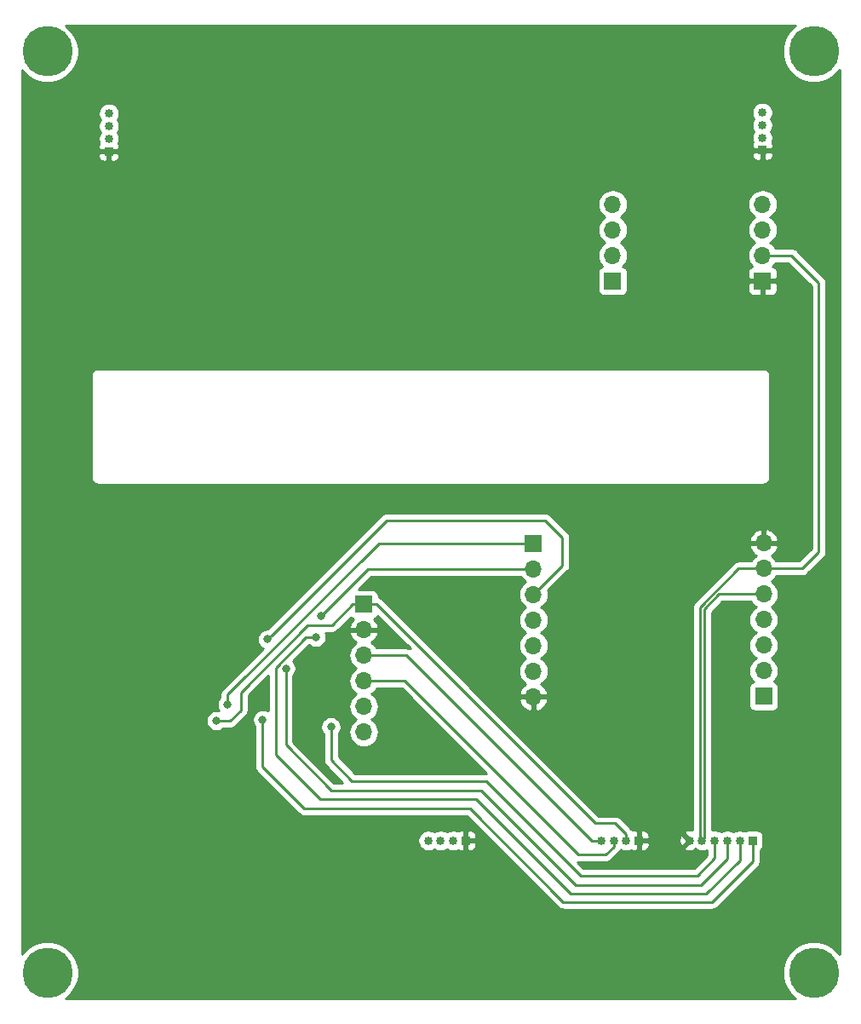
<source format=gbr>
G04 #@! TF.GenerationSoftware,KiCad,Pcbnew,(5.1.2)-2*
G04 #@! TF.CreationDate,2021-05-04T11:05:58-04:00*
G04 #@! TF.ProjectId,Magnetometer_A,4d61676e-6574-46f6-9d65-7465725f412e,rev?*
G04 #@! TF.SameCoordinates,Original*
G04 #@! TF.FileFunction,Copper,L2,Bot*
G04 #@! TF.FilePolarity,Positive*
%FSLAX46Y46*%
G04 Gerber Fmt 4.6, Leading zero omitted, Abs format (unit mm)*
G04 Created by KiCad (PCBNEW (5.1.2)-2) date 2021-05-04 11:05:58*
%MOMM*%
%LPD*%
G04 APERTURE LIST*
%ADD10R,1.700000X1.700000*%
%ADD11O,1.700000X1.700000*%
%ADD12C,5.000000*%
%ADD13R,0.850000X0.850000*%
%ADD14C,0.850000*%
%ADD15C,0.800000*%
%ADD16C,0.250000*%
%ADD17C,0.254000*%
G04 APERTURE END LIST*
D10*
X95100000Y-59000000D03*
D11*
X95100000Y-56460000D03*
X95100000Y-53920000D03*
X95100000Y-51380000D03*
D12*
X38900000Y-36175000D03*
X115100000Y-127750000D03*
X115100000Y-36150000D03*
X38900000Y-127750000D03*
D13*
X110000000Y-46000000D03*
D14*
X110000000Y-44750000D03*
X110000000Y-43500000D03*
X110000000Y-42250000D03*
X45000000Y-42350000D03*
X45000000Y-43600000D03*
X45000000Y-44850000D03*
D13*
X45000000Y-46100000D03*
D14*
X76750000Y-114600000D03*
X78000000Y-114600000D03*
X79250000Y-114600000D03*
D13*
X80500000Y-114600000D03*
D10*
X87220000Y-85070000D03*
D11*
X87220000Y-87610000D03*
X87220000Y-90150000D03*
X87220000Y-92690000D03*
X87220000Y-95230000D03*
X87220000Y-97770000D03*
X87220000Y-100310000D03*
X110120000Y-85040000D03*
X110120000Y-87580000D03*
X110120000Y-90120000D03*
X110120000Y-92660000D03*
X110120000Y-95200000D03*
X110120000Y-97740000D03*
D10*
X110120000Y-100280000D03*
X70350000Y-91130000D03*
D11*
X70350000Y-93670000D03*
X70350000Y-96210000D03*
X70350000Y-98750000D03*
X70350000Y-101290000D03*
X70350000Y-103830000D03*
D14*
X102750000Y-114600000D03*
X104000000Y-114600000D03*
X105250000Y-114600000D03*
X106500000Y-114600000D03*
X107750000Y-114600000D03*
D13*
X109000000Y-114600000D03*
X97700000Y-114600000D03*
D14*
X96450000Y-114600000D03*
X95200000Y-114600000D03*
X93950000Y-114600000D03*
D11*
X110000000Y-51380000D03*
X110000000Y-53920000D03*
X110000000Y-56460000D03*
D10*
X110000000Y-59000000D03*
D15*
X55700000Y-102700000D03*
X62600000Y-97500000D03*
X65600000Y-94400000D03*
X60300000Y-102600000D03*
X67100000Y-103300000D03*
X66100000Y-92300002D03*
X60800000Y-94599999D03*
X56799999Y-101100001D03*
D16*
X104000000Y-114600000D02*
X103800000Y-114400000D01*
X103800000Y-114400000D02*
X103800000Y-95800000D01*
X104000000Y-114600000D02*
X104200000Y-114400000D01*
X104200000Y-114400000D02*
X104200000Y-96000000D01*
X69250000Y-91130000D02*
X70350000Y-91130000D01*
X57073002Y-102700000D02*
X58125001Y-101648001D01*
X55700000Y-102700000D02*
X57073002Y-102700000D01*
X58125001Y-101648001D02*
X58125001Y-99874999D01*
X58125001Y-99874999D02*
X64800000Y-93200000D01*
X64800000Y-93200000D02*
X67180000Y-93200000D01*
X67180000Y-93200000D02*
X69250000Y-91130000D01*
X96450000Y-113998960D02*
X96450000Y-114600000D01*
X95351040Y-112900000D02*
X96450000Y-113998960D01*
X93400000Y-112900000D02*
X95351040Y-112900000D01*
X70350000Y-91130000D02*
X71630000Y-91130000D01*
X71630000Y-91130000D02*
X93400000Y-112900000D01*
X105680000Y-90120000D02*
X110120000Y-90120000D01*
X104200000Y-95900000D02*
X104200000Y-91600000D01*
X104200000Y-91600000D02*
X105680000Y-90120000D01*
X107620000Y-87580000D02*
X110120000Y-87580000D01*
X103800000Y-95800000D02*
X103800000Y-91400000D01*
X103800000Y-91400000D02*
X107620000Y-87580000D01*
X115600000Y-85900000D02*
X115600000Y-84400000D01*
X110120000Y-87580000D02*
X113920000Y-87580000D01*
X113920000Y-87580000D02*
X115600000Y-85900000D01*
X112860000Y-56460000D02*
X110000000Y-56460000D01*
X115600000Y-84700000D02*
X115600000Y-59200000D01*
X115600000Y-59200000D02*
X112860000Y-56460000D01*
X106500000Y-114600000D02*
X106500000Y-115736410D01*
X106500000Y-115736410D02*
X106500000Y-116400000D01*
X106500000Y-116400000D02*
X103900000Y-119000000D01*
X103900000Y-119000000D02*
X91400000Y-119000000D01*
X91400000Y-119000000D02*
X82000000Y-109600000D01*
X67100000Y-109600000D02*
X73700000Y-109600000D01*
X62600000Y-105100000D02*
X67100000Y-109600000D01*
X62600000Y-97500000D02*
X62600000Y-105100000D01*
X82000000Y-109600000D02*
X73700000Y-109600000D01*
X73700000Y-109600000D02*
X73500000Y-109600000D01*
X74450000Y-98750000D02*
X70350000Y-98750000D01*
X91700000Y-116000000D02*
X74450000Y-98750000D01*
X94401040Y-116000000D02*
X91700000Y-116000000D01*
X95200000Y-114600000D02*
X95200000Y-115201040D01*
X95200000Y-115201040D02*
X94401040Y-116000000D01*
X93000000Y-114600000D02*
X93950000Y-114600000D01*
X70350000Y-96210000D02*
X74610000Y-96210000D01*
X74610000Y-96210000D02*
X93000000Y-114600000D01*
X107750000Y-116550000D02*
X104400000Y-119900000D01*
X107750000Y-114600000D02*
X107750000Y-116550000D01*
X104400000Y-119900000D02*
X90900000Y-119900000D01*
X90900000Y-119900000D02*
X81500000Y-110500000D01*
X66000000Y-110500000D02*
X73300000Y-110500000D01*
X81500000Y-110500000D02*
X73300000Y-110500000D01*
X73300000Y-110500000D02*
X73100000Y-110500000D01*
X64626998Y-94400000D02*
X61600000Y-97426998D01*
X61600000Y-97426998D02*
X61600000Y-106100000D01*
X65600000Y-94400000D02*
X64626998Y-94400000D01*
X61600000Y-106100000D02*
X66000000Y-110500000D01*
X109000000Y-116700000D02*
X105000000Y-120700000D01*
X109000000Y-114600000D02*
X109000000Y-116700000D01*
X105000000Y-120700000D02*
X90200000Y-120700000D01*
X90200000Y-120700000D02*
X80900000Y-111400000D01*
X80900000Y-111400000D02*
X72500000Y-111400000D01*
X64400000Y-111400000D02*
X67800000Y-111400000D01*
X60300000Y-107300000D02*
X64400000Y-111400000D01*
X60300000Y-102600000D02*
X60300000Y-107300000D01*
X72500000Y-111400000D02*
X67800000Y-111400000D01*
X67800000Y-111400000D02*
X67600000Y-111400000D01*
X67100000Y-105900000D02*
X67100000Y-103300000D01*
X67100000Y-106600000D02*
X67100000Y-105900000D01*
X105250000Y-116350000D02*
X103500000Y-118100000D01*
X91900000Y-118100000D02*
X82500000Y-108700000D01*
X103500000Y-118100000D02*
X91900000Y-118100000D01*
X82500000Y-108700000D02*
X69200000Y-108700000D01*
X105250000Y-114600000D02*
X105250000Y-116350000D01*
X69200000Y-108700000D02*
X67100000Y-106600000D01*
X70790002Y-87610000D02*
X66499999Y-91900003D01*
X66499999Y-91900003D02*
X66100000Y-92300002D01*
X87220000Y-87610000D02*
X70790002Y-87610000D01*
X87220000Y-90150000D02*
X90100000Y-87270000D01*
X90100000Y-87270000D02*
X90100000Y-84500000D01*
X61199999Y-94200000D02*
X60800000Y-94599999D01*
X88400000Y-82800000D02*
X72599999Y-82800000D01*
X72599999Y-82800000D02*
X61199999Y-94200000D01*
X90100000Y-84500000D02*
X88400000Y-82800000D01*
X56799999Y-100117158D02*
X56799999Y-101100001D01*
X87220000Y-85070000D02*
X71847157Y-85070000D01*
X71847157Y-85070000D02*
X56799999Y-100117158D01*
D17*
G36*
X113101554Y-33714886D02*
G01*
X112664886Y-34151554D01*
X112321799Y-34665021D01*
X112085476Y-35235554D01*
X111965000Y-35841229D01*
X111965000Y-36458771D01*
X112085476Y-37064446D01*
X112321799Y-37634979D01*
X112664886Y-38148446D01*
X113101554Y-38585114D01*
X113615021Y-38928201D01*
X114185554Y-39164524D01*
X114791229Y-39285000D01*
X115408771Y-39285000D01*
X116014446Y-39164524D01*
X116584979Y-38928201D01*
X117098446Y-38585114D01*
X117535114Y-38148446D01*
X117640000Y-37991473D01*
X117640001Y-125908529D01*
X117535114Y-125751554D01*
X117098446Y-125314886D01*
X116584979Y-124971799D01*
X116014446Y-124735476D01*
X115408771Y-124615000D01*
X114791229Y-124615000D01*
X114185554Y-124735476D01*
X113615021Y-124971799D01*
X113101554Y-125314886D01*
X112664886Y-125751554D01*
X112321799Y-126265021D01*
X112085476Y-126835554D01*
X111965000Y-127441229D01*
X111965000Y-128058771D01*
X112085476Y-128664446D01*
X112321799Y-129234979D01*
X112664886Y-129748446D01*
X113101554Y-130185114D01*
X113258527Y-130290000D01*
X40741473Y-130290000D01*
X40898446Y-130185114D01*
X41335114Y-129748446D01*
X41678201Y-129234979D01*
X41914524Y-128664446D01*
X42035000Y-128058771D01*
X42035000Y-127441229D01*
X41914524Y-126835554D01*
X41678201Y-126265021D01*
X41335114Y-125751554D01*
X40898446Y-125314886D01*
X40384979Y-124971799D01*
X39814446Y-124735476D01*
X39208771Y-124615000D01*
X38591229Y-124615000D01*
X37985554Y-124735476D01*
X37415021Y-124971799D01*
X36901554Y-125314886D01*
X36464886Y-125751554D01*
X36360000Y-125908527D01*
X36360000Y-114495599D01*
X75690000Y-114495599D01*
X75690000Y-114704401D01*
X75730735Y-114909191D01*
X75810640Y-115102098D01*
X75926644Y-115275711D01*
X76074289Y-115423356D01*
X76247902Y-115539360D01*
X76440809Y-115619265D01*
X76645599Y-115660000D01*
X76854401Y-115660000D01*
X77059191Y-115619265D01*
X77252098Y-115539360D01*
X77375000Y-115457240D01*
X77497902Y-115539360D01*
X77690809Y-115619265D01*
X77895599Y-115660000D01*
X78104401Y-115660000D01*
X78309191Y-115619265D01*
X78502098Y-115539360D01*
X78625000Y-115457240D01*
X78747902Y-115539360D01*
X78940809Y-115619265D01*
X79145599Y-115660000D01*
X79354401Y-115660000D01*
X79559191Y-115619265D01*
X79718003Y-115553483D01*
X79720506Y-115555537D01*
X79830820Y-115614502D01*
X79950518Y-115650812D01*
X80075000Y-115663072D01*
X80214250Y-115660000D01*
X80373000Y-115501250D01*
X80373000Y-114727000D01*
X80627000Y-114727000D01*
X80627000Y-115501250D01*
X80785750Y-115660000D01*
X80925000Y-115663072D01*
X81049482Y-115650812D01*
X81169180Y-115614502D01*
X81279494Y-115555537D01*
X81376185Y-115476185D01*
X81455537Y-115379494D01*
X81514502Y-115269180D01*
X81550812Y-115149482D01*
X81563072Y-115025000D01*
X81560000Y-114885750D01*
X81401250Y-114727000D01*
X80627000Y-114727000D01*
X80373000Y-114727000D01*
X80353000Y-114727000D01*
X80353000Y-114473000D01*
X80373000Y-114473000D01*
X80373000Y-113698750D01*
X80627000Y-113698750D01*
X80627000Y-114473000D01*
X81401250Y-114473000D01*
X81560000Y-114314250D01*
X81563072Y-114175000D01*
X81550812Y-114050518D01*
X81514502Y-113930820D01*
X81455537Y-113820506D01*
X81376185Y-113723815D01*
X81279494Y-113644463D01*
X81169180Y-113585498D01*
X81049482Y-113549188D01*
X80925000Y-113536928D01*
X80785750Y-113540000D01*
X80627000Y-113698750D01*
X80373000Y-113698750D01*
X80214250Y-113540000D01*
X80075000Y-113536928D01*
X79950518Y-113549188D01*
X79830820Y-113585498D01*
X79720506Y-113644463D01*
X79718003Y-113646517D01*
X79559191Y-113580735D01*
X79354401Y-113540000D01*
X79145599Y-113540000D01*
X78940809Y-113580735D01*
X78747902Y-113660640D01*
X78625000Y-113742760D01*
X78502098Y-113660640D01*
X78309191Y-113580735D01*
X78104401Y-113540000D01*
X77895599Y-113540000D01*
X77690809Y-113580735D01*
X77497902Y-113660640D01*
X77375000Y-113742760D01*
X77252098Y-113660640D01*
X77059191Y-113580735D01*
X76854401Y-113540000D01*
X76645599Y-113540000D01*
X76440809Y-113580735D01*
X76247902Y-113660640D01*
X76074289Y-113776644D01*
X75926644Y-113924289D01*
X75810640Y-114097902D01*
X75730735Y-114290809D01*
X75690000Y-114495599D01*
X36360000Y-114495599D01*
X36360000Y-102598061D01*
X54665000Y-102598061D01*
X54665000Y-102801939D01*
X54704774Y-103001898D01*
X54782795Y-103190256D01*
X54896063Y-103359774D01*
X55040226Y-103503937D01*
X55209744Y-103617205D01*
X55398102Y-103695226D01*
X55598061Y-103735000D01*
X55801939Y-103735000D01*
X56001898Y-103695226D01*
X56190256Y-103617205D01*
X56359774Y-103503937D01*
X56403711Y-103460000D01*
X57035680Y-103460000D01*
X57073002Y-103463676D01*
X57110324Y-103460000D01*
X57110335Y-103460000D01*
X57221988Y-103449003D01*
X57365249Y-103405546D01*
X57497278Y-103334974D01*
X57613003Y-103240001D01*
X57636806Y-103210998D01*
X58636005Y-102211799D01*
X58665002Y-102188002D01*
X58759975Y-102072277D01*
X58830547Y-101940248D01*
X58874004Y-101796987D01*
X58885001Y-101685334D01*
X58885001Y-101685325D01*
X58888677Y-101648002D01*
X58885001Y-101610679D01*
X58885001Y-100189800D01*
X60840000Y-98234801D01*
X60840000Y-101716033D01*
X60790256Y-101682795D01*
X60601898Y-101604774D01*
X60401939Y-101565000D01*
X60198061Y-101565000D01*
X59998102Y-101604774D01*
X59809744Y-101682795D01*
X59640226Y-101796063D01*
X59496063Y-101940226D01*
X59382795Y-102109744D01*
X59304774Y-102298102D01*
X59265000Y-102498061D01*
X59265000Y-102701939D01*
X59304774Y-102901898D01*
X59382795Y-103090256D01*
X59496063Y-103259774D01*
X59540000Y-103303711D01*
X59540001Y-107262668D01*
X59536324Y-107300000D01*
X59550998Y-107448985D01*
X59594454Y-107592246D01*
X59665026Y-107724276D01*
X59736201Y-107811002D01*
X59760000Y-107840001D01*
X59788998Y-107863799D01*
X63836200Y-111911002D01*
X63859999Y-111940001D01*
X63888997Y-111963799D01*
X63975724Y-112034974D01*
X64107753Y-112105546D01*
X64251014Y-112149003D01*
X64400000Y-112163677D01*
X64437333Y-112160000D01*
X80585199Y-112160000D01*
X89636201Y-121211003D01*
X89659999Y-121240001D01*
X89688997Y-121263799D01*
X89775723Y-121334974D01*
X89907753Y-121405546D01*
X90051014Y-121449003D01*
X90162667Y-121460000D01*
X90162676Y-121460000D01*
X90199999Y-121463676D01*
X90237322Y-121460000D01*
X104962678Y-121460000D01*
X105000000Y-121463676D01*
X105037322Y-121460000D01*
X105037333Y-121460000D01*
X105148986Y-121449003D01*
X105292247Y-121405546D01*
X105424276Y-121334974D01*
X105540001Y-121240001D01*
X105563804Y-121210997D01*
X109511003Y-117263799D01*
X109540001Y-117240001D01*
X109634974Y-117124276D01*
X109705546Y-116992247D01*
X109749003Y-116848986D01*
X109760000Y-116737333D01*
X109760000Y-116737324D01*
X109763676Y-116700001D01*
X109760000Y-116662678D01*
X109760000Y-115565957D01*
X109779494Y-115555537D01*
X109876185Y-115476185D01*
X109955537Y-115379494D01*
X110014502Y-115269180D01*
X110050812Y-115149482D01*
X110063072Y-115025000D01*
X110063072Y-114175000D01*
X110050812Y-114050518D01*
X110014502Y-113930820D01*
X109955537Y-113820506D01*
X109876185Y-113723815D01*
X109779494Y-113644463D01*
X109669180Y-113585498D01*
X109549482Y-113549188D01*
X109425000Y-113536928D01*
X108575000Y-113536928D01*
X108450518Y-113549188D01*
X108330820Y-113585498D01*
X108220506Y-113644463D01*
X108218003Y-113646517D01*
X108059191Y-113580735D01*
X107854401Y-113540000D01*
X107645599Y-113540000D01*
X107440809Y-113580735D01*
X107247902Y-113660640D01*
X107125000Y-113742760D01*
X107002098Y-113660640D01*
X106809191Y-113580735D01*
X106604401Y-113540000D01*
X106395599Y-113540000D01*
X106190809Y-113580735D01*
X105997902Y-113660640D01*
X105875000Y-113742760D01*
X105752098Y-113660640D01*
X105559191Y-113580735D01*
X105354401Y-113540000D01*
X105145599Y-113540000D01*
X104960000Y-113576918D01*
X104960000Y-95962667D01*
X104958752Y-95950000D01*
X104960000Y-95937333D01*
X104960000Y-91914801D01*
X105994802Y-90880000D01*
X108842405Y-90880000D01*
X108879294Y-90949014D01*
X109064866Y-91175134D01*
X109290986Y-91360706D01*
X109345791Y-91390000D01*
X109290986Y-91419294D01*
X109064866Y-91604866D01*
X108879294Y-91830986D01*
X108741401Y-92088966D01*
X108656487Y-92368889D01*
X108627815Y-92660000D01*
X108656487Y-92951111D01*
X108741401Y-93231034D01*
X108879294Y-93489014D01*
X109064866Y-93715134D01*
X109290986Y-93900706D01*
X109345791Y-93930000D01*
X109290986Y-93959294D01*
X109064866Y-94144866D01*
X108879294Y-94370986D01*
X108741401Y-94628966D01*
X108656487Y-94908889D01*
X108627815Y-95200000D01*
X108656487Y-95491111D01*
X108741401Y-95771034D01*
X108879294Y-96029014D01*
X109064866Y-96255134D01*
X109290986Y-96440706D01*
X109345791Y-96470000D01*
X109290986Y-96499294D01*
X109064866Y-96684866D01*
X108879294Y-96910986D01*
X108741401Y-97168966D01*
X108656487Y-97448889D01*
X108627815Y-97740000D01*
X108656487Y-98031111D01*
X108741401Y-98311034D01*
X108879294Y-98569014D01*
X109064866Y-98795134D01*
X109094687Y-98819607D01*
X109025820Y-98840498D01*
X108915506Y-98899463D01*
X108818815Y-98978815D01*
X108739463Y-99075506D01*
X108680498Y-99185820D01*
X108644188Y-99305518D01*
X108631928Y-99430000D01*
X108631928Y-101130000D01*
X108644188Y-101254482D01*
X108680498Y-101374180D01*
X108739463Y-101484494D01*
X108818815Y-101581185D01*
X108915506Y-101660537D01*
X109025820Y-101719502D01*
X109145518Y-101755812D01*
X109270000Y-101768072D01*
X110970000Y-101768072D01*
X111094482Y-101755812D01*
X111214180Y-101719502D01*
X111324494Y-101660537D01*
X111421185Y-101581185D01*
X111500537Y-101484494D01*
X111559502Y-101374180D01*
X111595812Y-101254482D01*
X111608072Y-101130000D01*
X111608072Y-99430000D01*
X111595812Y-99305518D01*
X111559502Y-99185820D01*
X111500537Y-99075506D01*
X111421185Y-98978815D01*
X111324494Y-98899463D01*
X111214180Y-98840498D01*
X111145313Y-98819607D01*
X111175134Y-98795134D01*
X111360706Y-98569014D01*
X111498599Y-98311034D01*
X111583513Y-98031111D01*
X111612185Y-97740000D01*
X111583513Y-97448889D01*
X111498599Y-97168966D01*
X111360706Y-96910986D01*
X111175134Y-96684866D01*
X110949014Y-96499294D01*
X110894209Y-96470000D01*
X110949014Y-96440706D01*
X111175134Y-96255134D01*
X111360706Y-96029014D01*
X111498599Y-95771034D01*
X111583513Y-95491111D01*
X111612185Y-95200000D01*
X111583513Y-94908889D01*
X111498599Y-94628966D01*
X111360706Y-94370986D01*
X111175134Y-94144866D01*
X110949014Y-93959294D01*
X110894209Y-93930000D01*
X110949014Y-93900706D01*
X111175134Y-93715134D01*
X111360706Y-93489014D01*
X111498599Y-93231034D01*
X111583513Y-92951111D01*
X111612185Y-92660000D01*
X111583513Y-92368889D01*
X111498599Y-92088966D01*
X111360706Y-91830986D01*
X111175134Y-91604866D01*
X110949014Y-91419294D01*
X110894209Y-91390000D01*
X110949014Y-91360706D01*
X111175134Y-91175134D01*
X111360706Y-90949014D01*
X111498599Y-90691034D01*
X111583513Y-90411111D01*
X111612185Y-90120000D01*
X111583513Y-89828889D01*
X111498599Y-89548966D01*
X111360706Y-89290986D01*
X111175134Y-89064866D01*
X110949014Y-88879294D01*
X110894209Y-88850000D01*
X110949014Y-88820706D01*
X111175134Y-88635134D01*
X111360706Y-88409014D01*
X111397595Y-88340000D01*
X113882678Y-88340000D01*
X113920000Y-88343676D01*
X113957322Y-88340000D01*
X113957333Y-88340000D01*
X114068986Y-88329003D01*
X114212247Y-88285546D01*
X114344276Y-88214974D01*
X114460001Y-88120001D01*
X114483804Y-88090997D01*
X116111004Y-86463798D01*
X116140001Y-86440001D01*
X116234974Y-86324276D01*
X116305546Y-86192247D01*
X116349003Y-86048986D01*
X116360000Y-85937333D01*
X116360000Y-85937325D01*
X116363676Y-85900000D01*
X116360000Y-85862675D01*
X116360000Y-59237322D01*
X116363676Y-59199999D01*
X116360000Y-59162676D01*
X116360000Y-59162667D01*
X116349003Y-59051014D01*
X116305546Y-58907753D01*
X116234974Y-58775724D01*
X116140001Y-58659999D01*
X116111003Y-58636201D01*
X113423804Y-55949003D01*
X113400001Y-55919999D01*
X113284276Y-55825026D01*
X113152247Y-55754454D01*
X113008986Y-55710997D01*
X112897333Y-55700000D01*
X112897322Y-55700000D01*
X112860000Y-55696324D01*
X112822678Y-55700000D01*
X111277595Y-55700000D01*
X111240706Y-55630986D01*
X111055134Y-55404866D01*
X110829014Y-55219294D01*
X110774209Y-55190000D01*
X110829014Y-55160706D01*
X111055134Y-54975134D01*
X111240706Y-54749014D01*
X111378599Y-54491034D01*
X111463513Y-54211111D01*
X111492185Y-53920000D01*
X111463513Y-53628889D01*
X111378599Y-53348966D01*
X111240706Y-53090986D01*
X111055134Y-52864866D01*
X110829014Y-52679294D01*
X110774209Y-52650000D01*
X110829014Y-52620706D01*
X111055134Y-52435134D01*
X111240706Y-52209014D01*
X111378599Y-51951034D01*
X111463513Y-51671111D01*
X111492185Y-51380000D01*
X111463513Y-51088889D01*
X111378599Y-50808966D01*
X111240706Y-50550986D01*
X111055134Y-50324866D01*
X110829014Y-50139294D01*
X110571034Y-50001401D01*
X110291111Y-49916487D01*
X110072950Y-49895000D01*
X109927050Y-49895000D01*
X109708889Y-49916487D01*
X109428966Y-50001401D01*
X109170986Y-50139294D01*
X108944866Y-50324866D01*
X108759294Y-50550986D01*
X108621401Y-50808966D01*
X108536487Y-51088889D01*
X108507815Y-51380000D01*
X108536487Y-51671111D01*
X108621401Y-51951034D01*
X108759294Y-52209014D01*
X108944866Y-52435134D01*
X109170986Y-52620706D01*
X109225791Y-52650000D01*
X109170986Y-52679294D01*
X108944866Y-52864866D01*
X108759294Y-53090986D01*
X108621401Y-53348966D01*
X108536487Y-53628889D01*
X108507815Y-53920000D01*
X108536487Y-54211111D01*
X108621401Y-54491034D01*
X108759294Y-54749014D01*
X108944866Y-54975134D01*
X109170986Y-55160706D01*
X109225791Y-55190000D01*
X109170986Y-55219294D01*
X108944866Y-55404866D01*
X108759294Y-55630986D01*
X108621401Y-55888966D01*
X108536487Y-56168889D01*
X108507815Y-56460000D01*
X108536487Y-56751111D01*
X108621401Y-57031034D01*
X108759294Y-57289014D01*
X108944866Y-57515134D01*
X108974687Y-57539607D01*
X108905820Y-57560498D01*
X108795506Y-57619463D01*
X108698815Y-57698815D01*
X108619463Y-57795506D01*
X108560498Y-57905820D01*
X108524188Y-58025518D01*
X108511928Y-58150000D01*
X108515000Y-58714250D01*
X108673750Y-58873000D01*
X109873000Y-58873000D01*
X109873000Y-58853000D01*
X110127000Y-58853000D01*
X110127000Y-58873000D01*
X111326250Y-58873000D01*
X111485000Y-58714250D01*
X111488072Y-58150000D01*
X111475812Y-58025518D01*
X111439502Y-57905820D01*
X111380537Y-57795506D01*
X111301185Y-57698815D01*
X111204494Y-57619463D01*
X111094180Y-57560498D01*
X111025313Y-57539607D01*
X111055134Y-57515134D01*
X111240706Y-57289014D01*
X111277595Y-57220000D01*
X112545199Y-57220000D01*
X114840001Y-59514803D01*
X114840000Y-84737332D01*
X114840001Y-84737340D01*
X114840000Y-85585198D01*
X113605199Y-86820000D01*
X111397595Y-86820000D01*
X111360706Y-86750986D01*
X111175134Y-86524866D01*
X110949014Y-86339294D01*
X110884477Y-86304799D01*
X111001355Y-86235178D01*
X111217588Y-86040269D01*
X111391641Y-85806920D01*
X111516825Y-85544099D01*
X111561476Y-85396890D01*
X111440155Y-85167000D01*
X110247000Y-85167000D01*
X110247000Y-85187000D01*
X109993000Y-85187000D01*
X109993000Y-85167000D01*
X108799845Y-85167000D01*
X108678524Y-85396890D01*
X108723175Y-85544099D01*
X108848359Y-85806920D01*
X109022412Y-86040269D01*
X109238645Y-86235178D01*
X109355523Y-86304799D01*
X109290986Y-86339294D01*
X109064866Y-86524866D01*
X108879294Y-86750986D01*
X108842405Y-86820000D01*
X107657323Y-86820000D01*
X107620000Y-86816324D01*
X107582677Y-86820000D01*
X107582667Y-86820000D01*
X107471014Y-86830997D01*
X107327753Y-86874454D01*
X107195724Y-86945026D01*
X107079999Y-87039999D01*
X107056201Y-87068997D01*
X103288998Y-90836201D01*
X103260000Y-90859999D01*
X103236202Y-90888997D01*
X103236201Y-90888998D01*
X103165026Y-90975724D01*
X103094454Y-91107754D01*
X103068154Y-91194457D01*
X103050998Y-91251014D01*
X103040194Y-91360706D01*
X103036324Y-91400000D01*
X103040001Y-91437332D01*
X103040000Y-95837332D01*
X103040001Y-95837342D01*
X103040000Y-113578299D01*
X102873384Y-113542041D01*
X102664616Y-113538298D01*
X102459130Y-113575356D01*
X102264821Y-113651790D01*
X102231144Y-113669790D01*
X102205219Y-113875614D01*
X102750000Y-114420395D01*
X102764143Y-114406253D01*
X102940000Y-114582110D01*
X102940000Y-114589605D01*
X102929605Y-114600000D01*
X102940000Y-114610395D01*
X102940000Y-114617890D01*
X102764143Y-114793748D01*
X102750000Y-114779605D01*
X102205219Y-115324386D01*
X102231144Y-115530210D01*
X102422588Y-115613560D01*
X102626616Y-115657959D01*
X102835384Y-115661702D01*
X103040870Y-115624644D01*
X103235179Y-115548210D01*
X103268856Y-115530210D01*
X103287011Y-115386078D01*
X103324289Y-115423356D01*
X103497902Y-115539360D01*
X103690809Y-115619265D01*
X103895599Y-115660000D01*
X104104401Y-115660000D01*
X104309191Y-115619265D01*
X104490001Y-115544371D01*
X104490001Y-116035197D01*
X103185199Y-117340000D01*
X92214803Y-117340000D01*
X91631759Y-116756956D01*
X91662667Y-116760000D01*
X91662677Y-116760000D01*
X91700000Y-116763676D01*
X91737323Y-116760000D01*
X94363718Y-116760000D01*
X94401040Y-116763676D01*
X94438362Y-116760000D01*
X94438373Y-116760000D01*
X94550026Y-116749003D01*
X94693287Y-116705546D01*
X94825316Y-116634974D01*
X94941041Y-116540001D01*
X94964843Y-116510998D01*
X95711002Y-115764839D01*
X95740001Y-115741041D01*
X95778234Y-115694454D01*
X95834974Y-115625317D01*
X95898547Y-115506382D01*
X95947902Y-115539360D01*
X96140809Y-115619265D01*
X96345599Y-115660000D01*
X96554401Y-115660000D01*
X96759191Y-115619265D01*
X96918003Y-115553483D01*
X96920506Y-115555537D01*
X97030820Y-115614502D01*
X97150518Y-115650812D01*
X97275000Y-115663072D01*
X97414250Y-115660000D01*
X97573000Y-115501250D01*
X97573000Y-114727000D01*
X97827000Y-114727000D01*
X97827000Y-115501250D01*
X97985750Y-115660000D01*
X98125000Y-115663072D01*
X98249482Y-115650812D01*
X98369180Y-115614502D01*
X98479494Y-115555537D01*
X98576185Y-115476185D01*
X98655537Y-115379494D01*
X98714502Y-115269180D01*
X98750812Y-115149482D01*
X98763072Y-115025000D01*
X98760000Y-114885750D01*
X98601250Y-114727000D01*
X97827000Y-114727000D01*
X97573000Y-114727000D01*
X97553000Y-114727000D01*
X97553000Y-114685384D01*
X101688298Y-114685384D01*
X101725356Y-114890870D01*
X101801790Y-115085179D01*
X101819790Y-115118856D01*
X102025614Y-115144781D01*
X102570395Y-114600000D01*
X102025614Y-114055219D01*
X101819790Y-114081144D01*
X101736440Y-114272588D01*
X101692041Y-114476616D01*
X101688298Y-114685384D01*
X97553000Y-114685384D01*
X97553000Y-114473000D01*
X97573000Y-114473000D01*
X97573000Y-113698750D01*
X97827000Y-113698750D01*
X97827000Y-114473000D01*
X98601250Y-114473000D01*
X98760000Y-114314250D01*
X98763072Y-114175000D01*
X98750812Y-114050518D01*
X98714502Y-113930820D01*
X98655537Y-113820506D01*
X98576185Y-113723815D01*
X98479494Y-113644463D01*
X98369180Y-113585498D01*
X98249482Y-113549188D01*
X98125000Y-113536928D01*
X97985750Y-113540000D01*
X97827000Y-113698750D01*
X97573000Y-113698750D01*
X97414250Y-113540000D01*
X97275000Y-113536928D01*
X97150518Y-113549188D01*
X97081286Y-113570189D01*
X97013799Y-113487957D01*
X96990001Y-113458959D01*
X96961004Y-113435162D01*
X95914844Y-112389002D01*
X95891041Y-112359999D01*
X95775316Y-112265026D01*
X95643287Y-112194454D01*
X95500026Y-112150997D01*
X95388373Y-112140000D01*
X95388362Y-112140000D01*
X95351040Y-112136324D01*
X95313718Y-112140000D01*
X93714802Y-112140000D01*
X82241692Y-100666890D01*
X85778524Y-100666890D01*
X85823175Y-100814099D01*
X85948359Y-101076920D01*
X86122412Y-101310269D01*
X86338645Y-101505178D01*
X86588748Y-101654157D01*
X86863109Y-101751481D01*
X87093000Y-101630814D01*
X87093000Y-100437000D01*
X87347000Y-100437000D01*
X87347000Y-101630814D01*
X87576891Y-101751481D01*
X87851252Y-101654157D01*
X88101355Y-101505178D01*
X88317588Y-101310269D01*
X88491641Y-101076920D01*
X88616825Y-100814099D01*
X88661476Y-100666890D01*
X88540155Y-100437000D01*
X87347000Y-100437000D01*
X87093000Y-100437000D01*
X85899845Y-100437000D01*
X85778524Y-100666890D01*
X82241692Y-100666890D01*
X72193804Y-90619003D01*
X72170001Y-90589999D01*
X72054276Y-90495026D01*
X71922247Y-90424454D01*
X71838072Y-90398920D01*
X71838072Y-90280000D01*
X71825812Y-90155518D01*
X71789502Y-90035820D01*
X71730537Y-89925506D01*
X71651185Y-89828815D01*
X71554494Y-89749463D01*
X71444180Y-89690498D01*
X71324482Y-89654188D01*
X71200000Y-89641928D01*
X69832876Y-89641928D01*
X71104805Y-88370000D01*
X85942405Y-88370000D01*
X85979294Y-88439014D01*
X86164866Y-88665134D01*
X86390986Y-88850706D01*
X86445791Y-88880000D01*
X86390986Y-88909294D01*
X86164866Y-89094866D01*
X85979294Y-89320986D01*
X85841401Y-89578966D01*
X85756487Y-89858889D01*
X85727815Y-90150000D01*
X85756487Y-90441111D01*
X85841401Y-90721034D01*
X85979294Y-90979014D01*
X86164866Y-91205134D01*
X86390986Y-91390706D01*
X86445791Y-91420000D01*
X86390986Y-91449294D01*
X86164866Y-91634866D01*
X85979294Y-91860986D01*
X85841401Y-92118966D01*
X85756487Y-92398889D01*
X85727815Y-92690000D01*
X85756487Y-92981111D01*
X85841401Y-93261034D01*
X85979294Y-93519014D01*
X86164866Y-93745134D01*
X86390986Y-93930706D01*
X86445791Y-93960000D01*
X86390986Y-93989294D01*
X86164866Y-94174866D01*
X85979294Y-94400986D01*
X85841401Y-94658966D01*
X85756487Y-94938889D01*
X85727815Y-95230000D01*
X85756487Y-95521111D01*
X85841401Y-95801034D01*
X85979294Y-96059014D01*
X86164866Y-96285134D01*
X86390986Y-96470706D01*
X86445791Y-96500000D01*
X86390986Y-96529294D01*
X86164866Y-96714866D01*
X85979294Y-96940986D01*
X85841401Y-97198966D01*
X85756487Y-97478889D01*
X85727815Y-97770000D01*
X85756487Y-98061111D01*
X85841401Y-98341034D01*
X85979294Y-98599014D01*
X86164866Y-98825134D01*
X86390986Y-99010706D01*
X86455523Y-99045201D01*
X86338645Y-99114822D01*
X86122412Y-99309731D01*
X85948359Y-99543080D01*
X85823175Y-99805901D01*
X85778524Y-99953110D01*
X85899845Y-100183000D01*
X87093000Y-100183000D01*
X87093000Y-100163000D01*
X87347000Y-100163000D01*
X87347000Y-100183000D01*
X88540155Y-100183000D01*
X88661476Y-99953110D01*
X88616825Y-99805901D01*
X88491641Y-99543080D01*
X88317588Y-99309731D01*
X88101355Y-99114822D01*
X87984477Y-99045201D01*
X88049014Y-99010706D01*
X88275134Y-98825134D01*
X88460706Y-98599014D01*
X88598599Y-98341034D01*
X88683513Y-98061111D01*
X88712185Y-97770000D01*
X88683513Y-97478889D01*
X88598599Y-97198966D01*
X88460706Y-96940986D01*
X88275134Y-96714866D01*
X88049014Y-96529294D01*
X87994209Y-96500000D01*
X88049014Y-96470706D01*
X88275134Y-96285134D01*
X88460706Y-96059014D01*
X88598599Y-95801034D01*
X88683513Y-95521111D01*
X88712185Y-95230000D01*
X88683513Y-94938889D01*
X88598599Y-94658966D01*
X88460706Y-94400986D01*
X88275134Y-94174866D01*
X88049014Y-93989294D01*
X87994209Y-93960000D01*
X88049014Y-93930706D01*
X88275134Y-93745134D01*
X88460706Y-93519014D01*
X88598599Y-93261034D01*
X88683513Y-92981111D01*
X88712185Y-92690000D01*
X88683513Y-92398889D01*
X88598599Y-92118966D01*
X88460706Y-91860986D01*
X88275134Y-91634866D01*
X88049014Y-91449294D01*
X87994209Y-91420000D01*
X88049014Y-91390706D01*
X88275134Y-91205134D01*
X88460706Y-90979014D01*
X88598599Y-90721034D01*
X88683513Y-90441111D01*
X88712185Y-90150000D01*
X88683513Y-89858889D01*
X88660797Y-89784004D01*
X90611004Y-87833798D01*
X90640001Y-87810001D01*
X90681868Y-87758986D01*
X90734974Y-87694277D01*
X90805546Y-87562247D01*
X90805546Y-87562246D01*
X90849003Y-87418986D01*
X90860000Y-87307333D01*
X90860000Y-87307324D01*
X90863676Y-87270001D01*
X90860000Y-87232678D01*
X90860000Y-84683110D01*
X108678524Y-84683110D01*
X108799845Y-84913000D01*
X109993000Y-84913000D01*
X109993000Y-83719186D01*
X110247000Y-83719186D01*
X110247000Y-84913000D01*
X111440155Y-84913000D01*
X111561476Y-84683110D01*
X111516825Y-84535901D01*
X111391641Y-84273080D01*
X111217588Y-84039731D01*
X111001355Y-83844822D01*
X110751252Y-83695843D01*
X110476891Y-83598519D01*
X110247000Y-83719186D01*
X109993000Y-83719186D01*
X109763109Y-83598519D01*
X109488748Y-83695843D01*
X109238645Y-83844822D01*
X109022412Y-84039731D01*
X108848359Y-84273080D01*
X108723175Y-84535901D01*
X108678524Y-84683110D01*
X90860000Y-84683110D01*
X90860000Y-84537322D01*
X90863676Y-84499999D01*
X90860000Y-84462676D01*
X90860000Y-84462667D01*
X90849003Y-84351014D01*
X90805546Y-84207753D01*
X90734974Y-84075723D01*
X90663799Y-83988997D01*
X90640001Y-83959999D01*
X90611003Y-83936201D01*
X88963804Y-82289003D01*
X88940001Y-82259999D01*
X88824276Y-82165026D01*
X88692247Y-82094454D01*
X88548986Y-82050997D01*
X88437333Y-82040000D01*
X88437322Y-82040000D01*
X88400000Y-82036324D01*
X88362678Y-82040000D01*
X72637332Y-82040000D01*
X72599999Y-82036323D01*
X72562666Y-82040000D01*
X72451013Y-82050997D01*
X72307752Y-82094454D01*
X72175723Y-82165026D01*
X72059998Y-82259999D01*
X72036200Y-82288997D01*
X60760199Y-93564999D01*
X60698061Y-93564999D01*
X60498102Y-93604773D01*
X60309744Y-93682794D01*
X60140226Y-93796062D01*
X59996063Y-93940225D01*
X59882795Y-94109743D01*
X59804774Y-94298101D01*
X59765000Y-94498060D01*
X59765000Y-94701938D01*
X59804774Y-94901897D01*
X59882795Y-95090255D01*
X59996063Y-95259773D01*
X60140226Y-95403936D01*
X60309744Y-95517204D01*
X60320639Y-95521717D01*
X56289002Y-99553354D01*
X56259998Y-99577157D01*
X56204870Y-99644332D01*
X56165025Y-99692882D01*
X56105096Y-99805000D01*
X56094453Y-99824912D01*
X56050996Y-99968173D01*
X56039999Y-100079826D01*
X56039999Y-100079836D01*
X56036323Y-100117158D01*
X56039999Y-100154481D01*
X56039999Y-100396290D01*
X55996062Y-100440227D01*
X55882794Y-100609745D01*
X55804773Y-100798103D01*
X55764999Y-100998062D01*
X55764999Y-101201940D01*
X55804773Y-101401899D01*
X55882794Y-101590257D01*
X55952784Y-101695005D01*
X55801939Y-101665000D01*
X55598061Y-101665000D01*
X55398102Y-101704774D01*
X55209744Y-101782795D01*
X55040226Y-101896063D01*
X54896063Y-102040226D01*
X54782795Y-102209744D01*
X54704774Y-102398102D01*
X54665000Y-102598061D01*
X36360000Y-102598061D01*
X36360000Y-68350000D01*
X43236807Y-68350000D01*
X43240001Y-68382429D01*
X43240000Y-78517581D01*
X43236807Y-78550000D01*
X43249550Y-78679383D01*
X43287290Y-78803793D01*
X43348575Y-78918450D01*
X43431052Y-79018948D01*
X43531550Y-79101425D01*
X43646207Y-79162710D01*
X43770617Y-79200450D01*
X43900000Y-79213193D01*
X43932419Y-79210000D01*
X110067581Y-79210000D01*
X110100000Y-79213193D01*
X110132419Y-79210000D01*
X110229383Y-79200450D01*
X110353793Y-79162710D01*
X110468450Y-79101425D01*
X110568948Y-79018948D01*
X110651425Y-78918450D01*
X110712710Y-78803793D01*
X110750450Y-78679383D01*
X110763193Y-78550000D01*
X110760000Y-78517581D01*
X110760000Y-68382419D01*
X110763193Y-68350000D01*
X110750450Y-68220617D01*
X110712710Y-68096207D01*
X110651425Y-67981550D01*
X110568948Y-67881052D01*
X110468450Y-67798575D01*
X110353793Y-67737290D01*
X110229383Y-67699550D01*
X110132419Y-67690000D01*
X110100000Y-67686807D01*
X110067581Y-67690000D01*
X43932419Y-67690000D01*
X43900000Y-67686807D01*
X43867581Y-67690000D01*
X43770617Y-67699550D01*
X43646207Y-67737290D01*
X43531550Y-67798575D01*
X43431052Y-67881052D01*
X43348575Y-67981550D01*
X43287290Y-68096207D01*
X43249550Y-68220617D01*
X43236807Y-68350000D01*
X36360000Y-68350000D01*
X36360000Y-51380000D01*
X93607815Y-51380000D01*
X93636487Y-51671111D01*
X93721401Y-51951034D01*
X93859294Y-52209014D01*
X94044866Y-52435134D01*
X94270986Y-52620706D01*
X94325791Y-52650000D01*
X94270986Y-52679294D01*
X94044866Y-52864866D01*
X93859294Y-53090986D01*
X93721401Y-53348966D01*
X93636487Y-53628889D01*
X93607815Y-53920000D01*
X93636487Y-54211111D01*
X93721401Y-54491034D01*
X93859294Y-54749014D01*
X94044866Y-54975134D01*
X94270986Y-55160706D01*
X94325791Y-55190000D01*
X94270986Y-55219294D01*
X94044866Y-55404866D01*
X93859294Y-55630986D01*
X93721401Y-55888966D01*
X93636487Y-56168889D01*
X93607815Y-56460000D01*
X93636487Y-56751111D01*
X93721401Y-57031034D01*
X93859294Y-57289014D01*
X94044866Y-57515134D01*
X94074687Y-57539607D01*
X94005820Y-57560498D01*
X93895506Y-57619463D01*
X93798815Y-57698815D01*
X93719463Y-57795506D01*
X93660498Y-57905820D01*
X93624188Y-58025518D01*
X93611928Y-58150000D01*
X93611928Y-59850000D01*
X93624188Y-59974482D01*
X93660498Y-60094180D01*
X93719463Y-60204494D01*
X93798815Y-60301185D01*
X93895506Y-60380537D01*
X94005820Y-60439502D01*
X94125518Y-60475812D01*
X94250000Y-60488072D01*
X95950000Y-60488072D01*
X96074482Y-60475812D01*
X96194180Y-60439502D01*
X96304494Y-60380537D01*
X96401185Y-60301185D01*
X96480537Y-60204494D01*
X96539502Y-60094180D01*
X96575812Y-59974482D01*
X96588072Y-59850000D01*
X108511928Y-59850000D01*
X108524188Y-59974482D01*
X108560498Y-60094180D01*
X108619463Y-60204494D01*
X108698815Y-60301185D01*
X108795506Y-60380537D01*
X108905820Y-60439502D01*
X109025518Y-60475812D01*
X109150000Y-60488072D01*
X109714250Y-60485000D01*
X109873000Y-60326250D01*
X109873000Y-59127000D01*
X110127000Y-59127000D01*
X110127000Y-60326250D01*
X110285750Y-60485000D01*
X110850000Y-60488072D01*
X110974482Y-60475812D01*
X111094180Y-60439502D01*
X111204494Y-60380537D01*
X111301185Y-60301185D01*
X111380537Y-60204494D01*
X111439502Y-60094180D01*
X111475812Y-59974482D01*
X111488072Y-59850000D01*
X111485000Y-59285750D01*
X111326250Y-59127000D01*
X110127000Y-59127000D01*
X109873000Y-59127000D01*
X108673750Y-59127000D01*
X108515000Y-59285750D01*
X108511928Y-59850000D01*
X96588072Y-59850000D01*
X96588072Y-58150000D01*
X96575812Y-58025518D01*
X96539502Y-57905820D01*
X96480537Y-57795506D01*
X96401185Y-57698815D01*
X96304494Y-57619463D01*
X96194180Y-57560498D01*
X96125313Y-57539607D01*
X96155134Y-57515134D01*
X96340706Y-57289014D01*
X96478599Y-57031034D01*
X96563513Y-56751111D01*
X96592185Y-56460000D01*
X96563513Y-56168889D01*
X96478599Y-55888966D01*
X96340706Y-55630986D01*
X96155134Y-55404866D01*
X95929014Y-55219294D01*
X95874209Y-55190000D01*
X95929014Y-55160706D01*
X96155134Y-54975134D01*
X96340706Y-54749014D01*
X96478599Y-54491034D01*
X96563513Y-54211111D01*
X96592185Y-53920000D01*
X96563513Y-53628889D01*
X96478599Y-53348966D01*
X96340706Y-53090986D01*
X96155134Y-52864866D01*
X95929014Y-52679294D01*
X95874209Y-52650000D01*
X95929014Y-52620706D01*
X96155134Y-52435134D01*
X96340706Y-52209014D01*
X96478599Y-51951034D01*
X96563513Y-51671111D01*
X96592185Y-51380000D01*
X96563513Y-51088889D01*
X96478599Y-50808966D01*
X96340706Y-50550986D01*
X96155134Y-50324866D01*
X95929014Y-50139294D01*
X95671034Y-50001401D01*
X95391111Y-49916487D01*
X95172950Y-49895000D01*
X95027050Y-49895000D01*
X94808889Y-49916487D01*
X94528966Y-50001401D01*
X94270986Y-50139294D01*
X94044866Y-50324866D01*
X93859294Y-50550986D01*
X93721401Y-50808966D01*
X93636487Y-51088889D01*
X93607815Y-51380000D01*
X36360000Y-51380000D01*
X36360000Y-46525000D01*
X43936928Y-46525000D01*
X43949188Y-46649482D01*
X43985498Y-46769180D01*
X44044463Y-46879494D01*
X44123815Y-46976185D01*
X44220506Y-47055537D01*
X44330820Y-47114502D01*
X44450518Y-47150812D01*
X44575000Y-47163072D01*
X44714250Y-47160000D01*
X44873000Y-47001250D01*
X44873000Y-46227000D01*
X45127000Y-46227000D01*
X45127000Y-47001250D01*
X45285750Y-47160000D01*
X45425000Y-47163072D01*
X45549482Y-47150812D01*
X45669180Y-47114502D01*
X45779494Y-47055537D01*
X45876185Y-46976185D01*
X45955537Y-46879494D01*
X46014502Y-46769180D01*
X46050812Y-46649482D01*
X46063072Y-46525000D01*
X46060866Y-46425000D01*
X108936928Y-46425000D01*
X108949188Y-46549482D01*
X108985498Y-46669180D01*
X109044463Y-46779494D01*
X109123815Y-46876185D01*
X109220506Y-46955537D01*
X109330820Y-47014502D01*
X109450518Y-47050812D01*
X109575000Y-47063072D01*
X109714250Y-47060000D01*
X109873000Y-46901250D01*
X109873000Y-46127000D01*
X110127000Y-46127000D01*
X110127000Y-46901250D01*
X110285750Y-47060000D01*
X110425000Y-47063072D01*
X110549482Y-47050812D01*
X110669180Y-47014502D01*
X110779494Y-46955537D01*
X110876185Y-46876185D01*
X110955537Y-46779494D01*
X111014502Y-46669180D01*
X111050812Y-46549482D01*
X111063072Y-46425000D01*
X111060000Y-46285750D01*
X110901250Y-46127000D01*
X110127000Y-46127000D01*
X109873000Y-46127000D01*
X109098750Y-46127000D01*
X108940000Y-46285750D01*
X108936928Y-46425000D01*
X46060866Y-46425000D01*
X46060000Y-46385750D01*
X45901250Y-46227000D01*
X45127000Y-46227000D01*
X44873000Y-46227000D01*
X44098750Y-46227000D01*
X43940000Y-46385750D01*
X43936928Y-46525000D01*
X36360000Y-46525000D01*
X36360000Y-45675000D01*
X43936928Y-45675000D01*
X43940000Y-45814250D01*
X44098750Y-45973000D01*
X44873000Y-45973000D01*
X44873000Y-45953000D01*
X45127000Y-45953000D01*
X45127000Y-45973000D01*
X45901250Y-45973000D01*
X46060000Y-45814250D01*
X46063072Y-45675000D01*
X46053224Y-45575000D01*
X108936928Y-45575000D01*
X108940000Y-45714250D01*
X109098750Y-45873000D01*
X109873000Y-45873000D01*
X109873000Y-45853000D01*
X110127000Y-45853000D01*
X110127000Y-45873000D01*
X110901250Y-45873000D01*
X111060000Y-45714250D01*
X111063072Y-45575000D01*
X111050812Y-45450518D01*
X111014502Y-45330820D01*
X110955537Y-45220506D01*
X110953483Y-45218003D01*
X111019265Y-45059191D01*
X111060000Y-44854401D01*
X111060000Y-44645599D01*
X111019265Y-44440809D01*
X110939360Y-44247902D01*
X110857240Y-44125000D01*
X110939360Y-44002098D01*
X111019265Y-43809191D01*
X111060000Y-43604401D01*
X111060000Y-43395599D01*
X111019265Y-43190809D01*
X110939360Y-42997902D01*
X110857240Y-42875000D01*
X110939360Y-42752098D01*
X111019265Y-42559191D01*
X111060000Y-42354401D01*
X111060000Y-42145599D01*
X111019265Y-41940809D01*
X110939360Y-41747902D01*
X110823356Y-41574289D01*
X110675711Y-41426644D01*
X110502098Y-41310640D01*
X110309191Y-41230735D01*
X110104401Y-41190000D01*
X109895599Y-41190000D01*
X109690809Y-41230735D01*
X109497902Y-41310640D01*
X109324289Y-41426644D01*
X109176644Y-41574289D01*
X109060640Y-41747902D01*
X108980735Y-41940809D01*
X108940000Y-42145599D01*
X108940000Y-42354401D01*
X108980735Y-42559191D01*
X109060640Y-42752098D01*
X109142760Y-42875000D01*
X109060640Y-42997902D01*
X108980735Y-43190809D01*
X108940000Y-43395599D01*
X108940000Y-43604401D01*
X108980735Y-43809191D01*
X109060640Y-44002098D01*
X109142760Y-44125000D01*
X109060640Y-44247902D01*
X108980735Y-44440809D01*
X108940000Y-44645599D01*
X108940000Y-44854401D01*
X108980735Y-45059191D01*
X109046517Y-45218003D01*
X109044463Y-45220506D01*
X108985498Y-45330820D01*
X108949188Y-45450518D01*
X108936928Y-45575000D01*
X46053224Y-45575000D01*
X46050812Y-45550518D01*
X46014502Y-45430820D01*
X45955537Y-45320506D01*
X45953483Y-45318003D01*
X46019265Y-45159191D01*
X46060000Y-44954401D01*
X46060000Y-44745599D01*
X46019265Y-44540809D01*
X45939360Y-44347902D01*
X45857240Y-44225000D01*
X45939360Y-44102098D01*
X46019265Y-43909191D01*
X46060000Y-43704401D01*
X46060000Y-43495599D01*
X46019265Y-43290809D01*
X45939360Y-43097902D01*
X45857240Y-42975000D01*
X45939360Y-42852098D01*
X46019265Y-42659191D01*
X46060000Y-42454401D01*
X46060000Y-42245599D01*
X46019265Y-42040809D01*
X45939360Y-41847902D01*
X45823356Y-41674289D01*
X45675711Y-41526644D01*
X45502098Y-41410640D01*
X45309191Y-41330735D01*
X45104401Y-41290000D01*
X44895599Y-41290000D01*
X44690809Y-41330735D01*
X44497902Y-41410640D01*
X44324289Y-41526644D01*
X44176644Y-41674289D01*
X44060640Y-41847902D01*
X43980735Y-42040809D01*
X43940000Y-42245599D01*
X43940000Y-42454401D01*
X43980735Y-42659191D01*
X44060640Y-42852098D01*
X44142760Y-42975000D01*
X44060640Y-43097902D01*
X43980735Y-43290809D01*
X43940000Y-43495599D01*
X43940000Y-43704401D01*
X43980735Y-43909191D01*
X44060640Y-44102098D01*
X44142760Y-44225000D01*
X44060640Y-44347902D01*
X43980735Y-44540809D01*
X43940000Y-44745599D01*
X43940000Y-44954401D01*
X43980735Y-45159191D01*
X44046517Y-45318003D01*
X44044463Y-45320506D01*
X43985498Y-45430820D01*
X43949188Y-45550518D01*
X43936928Y-45675000D01*
X36360000Y-45675000D01*
X36360000Y-38016473D01*
X36464886Y-38173446D01*
X36901554Y-38610114D01*
X37415021Y-38953201D01*
X37985554Y-39189524D01*
X38591229Y-39310000D01*
X39208771Y-39310000D01*
X39814446Y-39189524D01*
X40384979Y-38953201D01*
X40898446Y-38610114D01*
X41335114Y-38173446D01*
X41678201Y-37659979D01*
X41914524Y-37089446D01*
X42035000Y-36483771D01*
X42035000Y-35866229D01*
X41914524Y-35260554D01*
X41678201Y-34690021D01*
X41335114Y-34176554D01*
X40898446Y-33739886D01*
X40704057Y-33610000D01*
X113258527Y-33610000D01*
X113101554Y-33714886D01*
X113101554Y-33714886D01*
G37*
X113101554Y-33714886D02*
X112664886Y-34151554D01*
X112321799Y-34665021D01*
X112085476Y-35235554D01*
X111965000Y-35841229D01*
X111965000Y-36458771D01*
X112085476Y-37064446D01*
X112321799Y-37634979D01*
X112664886Y-38148446D01*
X113101554Y-38585114D01*
X113615021Y-38928201D01*
X114185554Y-39164524D01*
X114791229Y-39285000D01*
X115408771Y-39285000D01*
X116014446Y-39164524D01*
X116584979Y-38928201D01*
X117098446Y-38585114D01*
X117535114Y-38148446D01*
X117640000Y-37991473D01*
X117640001Y-125908529D01*
X117535114Y-125751554D01*
X117098446Y-125314886D01*
X116584979Y-124971799D01*
X116014446Y-124735476D01*
X115408771Y-124615000D01*
X114791229Y-124615000D01*
X114185554Y-124735476D01*
X113615021Y-124971799D01*
X113101554Y-125314886D01*
X112664886Y-125751554D01*
X112321799Y-126265021D01*
X112085476Y-126835554D01*
X111965000Y-127441229D01*
X111965000Y-128058771D01*
X112085476Y-128664446D01*
X112321799Y-129234979D01*
X112664886Y-129748446D01*
X113101554Y-130185114D01*
X113258527Y-130290000D01*
X40741473Y-130290000D01*
X40898446Y-130185114D01*
X41335114Y-129748446D01*
X41678201Y-129234979D01*
X41914524Y-128664446D01*
X42035000Y-128058771D01*
X42035000Y-127441229D01*
X41914524Y-126835554D01*
X41678201Y-126265021D01*
X41335114Y-125751554D01*
X40898446Y-125314886D01*
X40384979Y-124971799D01*
X39814446Y-124735476D01*
X39208771Y-124615000D01*
X38591229Y-124615000D01*
X37985554Y-124735476D01*
X37415021Y-124971799D01*
X36901554Y-125314886D01*
X36464886Y-125751554D01*
X36360000Y-125908527D01*
X36360000Y-114495599D01*
X75690000Y-114495599D01*
X75690000Y-114704401D01*
X75730735Y-114909191D01*
X75810640Y-115102098D01*
X75926644Y-115275711D01*
X76074289Y-115423356D01*
X76247902Y-115539360D01*
X76440809Y-115619265D01*
X76645599Y-115660000D01*
X76854401Y-115660000D01*
X77059191Y-115619265D01*
X77252098Y-115539360D01*
X77375000Y-115457240D01*
X77497902Y-115539360D01*
X77690809Y-115619265D01*
X77895599Y-115660000D01*
X78104401Y-115660000D01*
X78309191Y-115619265D01*
X78502098Y-115539360D01*
X78625000Y-115457240D01*
X78747902Y-115539360D01*
X78940809Y-115619265D01*
X79145599Y-115660000D01*
X79354401Y-115660000D01*
X79559191Y-115619265D01*
X79718003Y-115553483D01*
X79720506Y-115555537D01*
X79830820Y-115614502D01*
X79950518Y-115650812D01*
X80075000Y-115663072D01*
X80214250Y-115660000D01*
X80373000Y-115501250D01*
X80373000Y-114727000D01*
X80627000Y-114727000D01*
X80627000Y-115501250D01*
X80785750Y-115660000D01*
X80925000Y-115663072D01*
X81049482Y-115650812D01*
X81169180Y-115614502D01*
X81279494Y-115555537D01*
X81376185Y-115476185D01*
X81455537Y-115379494D01*
X81514502Y-115269180D01*
X81550812Y-115149482D01*
X81563072Y-115025000D01*
X81560000Y-114885750D01*
X81401250Y-114727000D01*
X80627000Y-114727000D01*
X80373000Y-114727000D01*
X80353000Y-114727000D01*
X80353000Y-114473000D01*
X80373000Y-114473000D01*
X80373000Y-113698750D01*
X80627000Y-113698750D01*
X80627000Y-114473000D01*
X81401250Y-114473000D01*
X81560000Y-114314250D01*
X81563072Y-114175000D01*
X81550812Y-114050518D01*
X81514502Y-113930820D01*
X81455537Y-113820506D01*
X81376185Y-113723815D01*
X81279494Y-113644463D01*
X81169180Y-113585498D01*
X81049482Y-113549188D01*
X80925000Y-113536928D01*
X80785750Y-113540000D01*
X80627000Y-113698750D01*
X80373000Y-113698750D01*
X80214250Y-113540000D01*
X80075000Y-113536928D01*
X79950518Y-113549188D01*
X79830820Y-113585498D01*
X79720506Y-113644463D01*
X79718003Y-113646517D01*
X79559191Y-113580735D01*
X79354401Y-113540000D01*
X79145599Y-113540000D01*
X78940809Y-113580735D01*
X78747902Y-113660640D01*
X78625000Y-113742760D01*
X78502098Y-113660640D01*
X78309191Y-113580735D01*
X78104401Y-113540000D01*
X77895599Y-113540000D01*
X77690809Y-113580735D01*
X77497902Y-113660640D01*
X77375000Y-113742760D01*
X77252098Y-113660640D01*
X77059191Y-113580735D01*
X76854401Y-113540000D01*
X76645599Y-113540000D01*
X76440809Y-113580735D01*
X76247902Y-113660640D01*
X76074289Y-113776644D01*
X75926644Y-113924289D01*
X75810640Y-114097902D01*
X75730735Y-114290809D01*
X75690000Y-114495599D01*
X36360000Y-114495599D01*
X36360000Y-102598061D01*
X54665000Y-102598061D01*
X54665000Y-102801939D01*
X54704774Y-103001898D01*
X54782795Y-103190256D01*
X54896063Y-103359774D01*
X55040226Y-103503937D01*
X55209744Y-103617205D01*
X55398102Y-103695226D01*
X55598061Y-103735000D01*
X55801939Y-103735000D01*
X56001898Y-103695226D01*
X56190256Y-103617205D01*
X56359774Y-103503937D01*
X56403711Y-103460000D01*
X57035680Y-103460000D01*
X57073002Y-103463676D01*
X57110324Y-103460000D01*
X57110335Y-103460000D01*
X57221988Y-103449003D01*
X57365249Y-103405546D01*
X57497278Y-103334974D01*
X57613003Y-103240001D01*
X57636806Y-103210998D01*
X58636005Y-102211799D01*
X58665002Y-102188002D01*
X58759975Y-102072277D01*
X58830547Y-101940248D01*
X58874004Y-101796987D01*
X58885001Y-101685334D01*
X58885001Y-101685325D01*
X58888677Y-101648002D01*
X58885001Y-101610679D01*
X58885001Y-100189800D01*
X60840000Y-98234801D01*
X60840000Y-101716033D01*
X60790256Y-101682795D01*
X60601898Y-101604774D01*
X60401939Y-101565000D01*
X60198061Y-101565000D01*
X59998102Y-101604774D01*
X59809744Y-101682795D01*
X59640226Y-101796063D01*
X59496063Y-101940226D01*
X59382795Y-102109744D01*
X59304774Y-102298102D01*
X59265000Y-102498061D01*
X59265000Y-102701939D01*
X59304774Y-102901898D01*
X59382795Y-103090256D01*
X59496063Y-103259774D01*
X59540000Y-103303711D01*
X59540001Y-107262668D01*
X59536324Y-107300000D01*
X59550998Y-107448985D01*
X59594454Y-107592246D01*
X59665026Y-107724276D01*
X59736201Y-107811002D01*
X59760000Y-107840001D01*
X59788998Y-107863799D01*
X63836200Y-111911002D01*
X63859999Y-111940001D01*
X63888997Y-111963799D01*
X63975724Y-112034974D01*
X64107753Y-112105546D01*
X64251014Y-112149003D01*
X64400000Y-112163677D01*
X64437333Y-112160000D01*
X80585199Y-112160000D01*
X89636201Y-121211003D01*
X89659999Y-121240001D01*
X89688997Y-121263799D01*
X89775723Y-121334974D01*
X89907753Y-121405546D01*
X90051014Y-121449003D01*
X90162667Y-121460000D01*
X90162676Y-121460000D01*
X90199999Y-121463676D01*
X90237322Y-121460000D01*
X104962678Y-121460000D01*
X105000000Y-121463676D01*
X105037322Y-121460000D01*
X105037333Y-121460000D01*
X105148986Y-121449003D01*
X105292247Y-121405546D01*
X105424276Y-121334974D01*
X105540001Y-121240001D01*
X105563804Y-121210997D01*
X109511003Y-117263799D01*
X109540001Y-117240001D01*
X109634974Y-117124276D01*
X109705546Y-116992247D01*
X109749003Y-116848986D01*
X109760000Y-116737333D01*
X109760000Y-116737324D01*
X109763676Y-116700001D01*
X109760000Y-116662678D01*
X109760000Y-115565957D01*
X109779494Y-115555537D01*
X109876185Y-115476185D01*
X109955537Y-115379494D01*
X110014502Y-115269180D01*
X110050812Y-115149482D01*
X110063072Y-115025000D01*
X110063072Y-114175000D01*
X110050812Y-114050518D01*
X110014502Y-113930820D01*
X109955537Y-113820506D01*
X109876185Y-113723815D01*
X109779494Y-113644463D01*
X109669180Y-113585498D01*
X109549482Y-113549188D01*
X109425000Y-113536928D01*
X108575000Y-113536928D01*
X108450518Y-113549188D01*
X108330820Y-113585498D01*
X108220506Y-113644463D01*
X108218003Y-113646517D01*
X108059191Y-113580735D01*
X107854401Y-113540000D01*
X107645599Y-113540000D01*
X107440809Y-113580735D01*
X107247902Y-113660640D01*
X107125000Y-113742760D01*
X107002098Y-113660640D01*
X106809191Y-113580735D01*
X106604401Y-113540000D01*
X106395599Y-113540000D01*
X106190809Y-113580735D01*
X105997902Y-113660640D01*
X105875000Y-113742760D01*
X105752098Y-113660640D01*
X105559191Y-113580735D01*
X105354401Y-113540000D01*
X105145599Y-113540000D01*
X104960000Y-113576918D01*
X104960000Y-95962667D01*
X104958752Y-95950000D01*
X104960000Y-95937333D01*
X104960000Y-91914801D01*
X105994802Y-90880000D01*
X108842405Y-90880000D01*
X108879294Y-90949014D01*
X109064866Y-91175134D01*
X109290986Y-91360706D01*
X109345791Y-91390000D01*
X109290986Y-91419294D01*
X109064866Y-91604866D01*
X108879294Y-91830986D01*
X108741401Y-92088966D01*
X108656487Y-92368889D01*
X108627815Y-92660000D01*
X108656487Y-92951111D01*
X108741401Y-93231034D01*
X108879294Y-93489014D01*
X109064866Y-93715134D01*
X109290986Y-93900706D01*
X109345791Y-93930000D01*
X109290986Y-93959294D01*
X109064866Y-94144866D01*
X108879294Y-94370986D01*
X108741401Y-94628966D01*
X108656487Y-94908889D01*
X108627815Y-95200000D01*
X108656487Y-95491111D01*
X108741401Y-95771034D01*
X108879294Y-96029014D01*
X109064866Y-96255134D01*
X109290986Y-96440706D01*
X109345791Y-96470000D01*
X109290986Y-96499294D01*
X109064866Y-96684866D01*
X108879294Y-96910986D01*
X108741401Y-97168966D01*
X108656487Y-97448889D01*
X108627815Y-97740000D01*
X108656487Y-98031111D01*
X108741401Y-98311034D01*
X108879294Y-98569014D01*
X109064866Y-98795134D01*
X109094687Y-98819607D01*
X109025820Y-98840498D01*
X108915506Y-98899463D01*
X108818815Y-98978815D01*
X108739463Y-99075506D01*
X108680498Y-99185820D01*
X108644188Y-99305518D01*
X108631928Y-99430000D01*
X108631928Y-101130000D01*
X108644188Y-101254482D01*
X108680498Y-101374180D01*
X108739463Y-101484494D01*
X108818815Y-101581185D01*
X108915506Y-101660537D01*
X109025820Y-101719502D01*
X109145518Y-101755812D01*
X109270000Y-101768072D01*
X110970000Y-101768072D01*
X111094482Y-101755812D01*
X111214180Y-101719502D01*
X111324494Y-101660537D01*
X111421185Y-101581185D01*
X111500537Y-101484494D01*
X111559502Y-101374180D01*
X111595812Y-101254482D01*
X111608072Y-101130000D01*
X111608072Y-99430000D01*
X111595812Y-99305518D01*
X111559502Y-99185820D01*
X111500537Y-99075506D01*
X111421185Y-98978815D01*
X111324494Y-98899463D01*
X111214180Y-98840498D01*
X111145313Y-98819607D01*
X111175134Y-98795134D01*
X111360706Y-98569014D01*
X111498599Y-98311034D01*
X111583513Y-98031111D01*
X111612185Y-97740000D01*
X111583513Y-97448889D01*
X111498599Y-97168966D01*
X111360706Y-96910986D01*
X111175134Y-96684866D01*
X110949014Y-96499294D01*
X110894209Y-96470000D01*
X110949014Y-96440706D01*
X111175134Y-96255134D01*
X111360706Y-96029014D01*
X111498599Y-95771034D01*
X111583513Y-95491111D01*
X111612185Y-95200000D01*
X111583513Y-94908889D01*
X111498599Y-94628966D01*
X111360706Y-94370986D01*
X111175134Y-94144866D01*
X110949014Y-93959294D01*
X110894209Y-93930000D01*
X110949014Y-93900706D01*
X111175134Y-93715134D01*
X111360706Y-93489014D01*
X111498599Y-93231034D01*
X111583513Y-92951111D01*
X111612185Y-92660000D01*
X111583513Y-92368889D01*
X111498599Y-92088966D01*
X111360706Y-91830986D01*
X111175134Y-91604866D01*
X110949014Y-91419294D01*
X110894209Y-91390000D01*
X110949014Y-91360706D01*
X111175134Y-91175134D01*
X111360706Y-90949014D01*
X111498599Y-90691034D01*
X111583513Y-90411111D01*
X111612185Y-90120000D01*
X111583513Y-89828889D01*
X111498599Y-89548966D01*
X111360706Y-89290986D01*
X111175134Y-89064866D01*
X110949014Y-88879294D01*
X110894209Y-88850000D01*
X110949014Y-88820706D01*
X111175134Y-88635134D01*
X111360706Y-88409014D01*
X111397595Y-88340000D01*
X113882678Y-88340000D01*
X113920000Y-88343676D01*
X113957322Y-88340000D01*
X113957333Y-88340000D01*
X114068986Y-88329003D01*
X114212247Y-88285546D01*
X114344276Y-88214974D01*
X114460001Y-88120001D01*
X114483804Y-88090997D01*
X116111004Y-86463798D01*
X116140001Y-86440001D01*
X116234974Y-86324276D01*
X116305546Y-86192247D01*
X116349003Y-86048986D01*
X116360000Y-85937333D01*
X116360000Y-85937325D01*
X116363676Y-85900000D01*
X116360000Y-85862675D01*
X116360000Y-59237322D01*
X116363676Y-59199999D01*
X116360000Y-59162676D01*
X116360000Y-59162667D01*
X116349003Y-59051014D01*
X116305546Y-58907753D01*
X116234974Y-58775724D01*
X116140001Y-58659999D01*
X116111003Y-58636201D01*
X113423804Y-55949003D01*
X113400001Y-55919999D01*
X113284276Y-55825026D01*
X113152247Y-55754454D01*
X113008986Y-55710997D01*
X112897333Y-55700000D01*
X112897322Y-55700000D01*
X112860000Y-55696324D01*
X112822678Y-55700000D01*
X111277595Y-55700000D01*
X111240706Y-55630986D01*
X111055134Y-55404866D01*
X110829014Y-55219294D01*
X110774209Y-55190000D01*
X110829014Y-55160706D01*
X111055134Y-54975134D01*
X111240706Y-54749014D01*
X111378599Y-54491034D01*
X111463513Y-54211111D01*
X111492185Y-53920000D01*
X111463513Y-53628889D01*
X111378599Y-53348966D01*
X111240706Y-53090986D01*
X111055134Y-52864866D01*
X110829014Y-52679294D01*
X110774209Y-52650000D01*
X110829014Y-52620706D01*
X111055134Y-52435134D01*
X111240706Y-52209014D01*
X111378599Y-51951034D01*
X111463513Y-51671111D01*
X111492185Y-51380000D01*
X111463513Y-51088889D01*
X111378599Y-50808966D01*
X111240706Y-50550986D01*
X111055134Y-50324866D01*
X110829014Y-50139294D01*
X110571034Y-50001401D01*
X110291111Y-49916487D01*
X110072950Y-49895000D01*
X109927050Y-49895000D01*
X109708889Y-49916487D01*
X109428966Y-50001401D01*
X109170986Y-50139294D01*
X108944866Y-50324866D01*
X108759294Y-50550986D01*
X108621401Y-50808966D01*
X108536487Y-51088889D01*
X108507815Y-51380000D01*
X108536487Y-51671111D01*
X108621401Y-51951034D01*
X108759294Y-52209014D01*
X108944866Y-52435134D01*
X109170986Y-52620706D01*
X109225791Y-52650000D01*
X109170986Y-52679294D01*
X108944866Y-52864866D01*
X108759294Y-53090986D01*
X108621401Y-53348966D01*
X108536487Y-53628889D01*
X108507815Y-53920000D01*
X108536487Y-54211111D01*
X108621401Y-54491034D01*
X108759294Y-54749014D01*
X108944866Y-54975134D01*
X109170986Y-55160706D01*
X109225791Y-55190000D01*
X109170986Y-55219294D01*
X108944866Y-55404866D01*
X108759294Y-55630986D01*
X108621401Y-55888966D01*
X108536487Y-56168889D01*
X108507815Y-56460000D01*
X108536487Y-56751111D01*
X108621401Y-57031034D01*
X108759294Y-57289014D01*
X108944866Y-57515134D01*
X108974687Y-57539607D01*
X108905820Y-57560498D01*
X108795506Y-57619463D01*
X108698815Y-57698815D01*
X108619463Y-57795506D01*
X108560498Y-57905820D01*
X108524188Y-58025518D01*
X108511928Y-58150000D01*
X108515000Y-58714250D01*
X108673750Y-58873000D01*
X109873000Y-58873000D01*
X109873000Y-58853000D01*
X110127000Y-58853000D01*
X110127000Y-58873000D01*
X111326250Y-58873000D01*
X111485000Y-58714250D01*
X111488072Y-58150000D01*
X111475812Y-58025518D01*
X111439502Y-57905820D01*
X111380537Y-57795506D01*
X111301185Y-57698815D01*
X111204494Y-57619463D01*
X111094180Y-57560498D01*
X111025313Y-57539607D01*
X111055134Y-57515134D01*
X111240706Y-57289014D01*
X111277595Y-57220000D01*
X112545199Y-57220000D01*
X114840001Y-59514803D01*
X114840000Y-84737332D01*
X114840001Y-84737340D01*
X114840000Y-85585198D01*
X113605199Y-86820000D01*
X111397595Y-86820000D01*
X111360706Y-86750986D01*
X111175134Y-86524866D01*
X110949014Y-86339294D01*
X110884477Y-86304799D01*
X111001355Y-86235178D01*
X111217588Y-86040269D01*
X111391641Y-85806920D01*
X111516825Y-85544099D01*
X111561476Y-85396890D01*
X111440155Y-85167000D01*
X110247000Y-85167000D01*
X110247000Y-85187000D01*
X109993000Y-85187000D01*
X109993000Y-85167000D01*
X108799845Y-85167000D01*
X108678524Y-85396890D01*
X108723175Y-85544099D01*
X108848359Y-85806920D01*
X109022412Y-86040269D01*
X109238645Y-86235178D01*
X109355523Y-86304799D01*
X109290986Y-86339294D01*
X109064866Y-86524866D01*
X108879294Y-86750986D01*
X108842405Y-86820000D01*
X107657323Y-86820000D01*
X107620000Y-86816324D01*
X107582677Y-86820000D01*
X107582667Y-86820000D01*
X107471014Y-86830997D01*
X107327753Y-86874454D01*
X107195724Y-86945026D01*
X107079999Y-87039999D01*
X107056201Y-87068997D01*
X103288998Y-90836201D01*
X103260000Y-90859999D01*
X103236202Y-90888997D01*
X103236201Y-90888998D01*
X103165026Y-90975724D01*
X103094454Y-91107754D01*
X103068154Y-91194457D01*
X103050998Y-91251014D01*
X103040194Y-91360706D01*
X103036324Y-91400000D01*
X103040001Y-91437332D01*
X103040000Y-95837332D01*
X103040001Y-95837342D01*
X103040000Y-113578299D01*
X102873384Y-113542041D01*
X102664616Y-113538298D01*
X102459130Y-113575356D01*
X102264821Y-113651790D01*
X102231144Y-113669790D01*
X102205219Y-113875614D01*
X102750000Y-114420395D01*
X102764143Y-114406253D01*
X102940000Y-114582110D01*
X102940000Y-114589605D01*
X102929605Y-114600000D01*
X102940000Y-114610395D01*
X102940000Y-114617890D01*
X102764143Y-114793748D01*
X102750000Y-114779605D01*
X102205219Y-115324386D01*
X102231144Y-115530210D01*
X102422588Y-115613560D01*
X102626616Y-115657959D01*
X102835384Y-115661702D01*
X103040870Y-115624644D01*
X103235179Y-115548210D01*
X103268856Y-115530210D01*
X103287011Y-115386078D01*
X103324289Y-115423356D01*
X103497902Y-115539360D01*
X103690809Y-115619265D01*
X103895599Y-115660000D01*
X104104401Y-115660000D01*
X104309191Y-115619265D01*
X104490001Y-115544371D01*
X104490001Y-116035197D01*
X103185199Y-117340000D01*
X92214803Y-117340000D01*
X91631759Y-116756956D01*
X91662667Y-116760000D01*
X91662677Y-116760000D01*
X91700000Y-116763676D01*
X91737323Y-116760000D01*
X94363718Y-116760000D01*
X94401040Y-116763676D01*
X94438362Y-116760000D01*
X94438373Y-116760000D01*
X94550026Y-116749003D01*
X94693287Y-116705546D01*
X94825316Y-116634974D01*
X94941041Y-116540001D01*
X94964843Y-116510998D01*
X95711002Y-115764839D01*
X95740001Y-115741041D01*
X95778234Y-115694454D01*
X95834974Y-115625317D01*
X95898547Y-115506382D01*
X95947902Y-115539360D01*
X96140809Y-115619265D01*
X96345599Y-115660000D01*
X96554401Y-115660000D01*
X96759191Y-115619265D01*
X96918003Y-115553483D01*
X96920506Y-115555537D01*
X97030820Y-115614502D01*
X97150518Y-115650812D01*
X97275000Y-115663072D01*
X97414250Y-115660000D01*
X97573000Y-115501250D01*
X97573000Y-114727000D01*
X97827000Y-114727000D01*
X97827000Y-115501250D01*
X97985750Y-115660000D01*
X98125000Y-115663072D01*
X98249482Y-115650812D01*
X98369180Y-115614502D01*
X98479494Y-115555537D01*
X98576185Y-115476185D01*
X98655537Y-115379494D01*
X98714502Y-115269180D01*
X98750812Y-115149482D01*
X98763072Y-115025000D01*
X98760000Y-114885750D01*
X98601250Y-114727000D01*
X97827000Y-114727000D01*
X97573000Y-114727000D01*
X97553000Y-114727000D01*
X97553000Y-114685384D01*
X101688298Y-114685384D01*
X101725356Y-114890870D01*
X101801790Y-115085179D01*
X101819790Y-115118856D01*
X102025614Y-115144781D01*
X102570395Y-114600000D01*
X102025614Y-114055219D01*
X101819790Y-114081144D01*
X101736440Y-114272588D01*
X101692041Y-114476616D01*
X101688298Y-114685384D01*
X97553000Y-114685384D01*
X97553000Y-114473000D01*
X97573000Y-114473000D01*
X97573000Y-113698750D01*
X97827000Y-113698750D01*
X97827000Y-114473000D01*
X98601250Y-114473000D01*
X98760000Y-114314250D01*
X98763072Y-114175000D01*
X98750812Y-114050518D01*
X98714502Y-113930820D01*
X98655537Y-113820506D01*
X98576185Y-113723815D01*
X98479494Y-113644463D01*
X98369180Y-113585498D01*
X98249482Y-113549188D01*
X98125000Y-113536928D01*
X97985750Y-113540000D01*
X97827000Y-113698750D01*
X97573000Y-113698750D01*
X97414250Y-113540000D01*
X97275000Y-113536928D01*
X97150518Y-113549188D01*
X97081286Y-113570189D01*
X97013799Y-113487957D01*
X96990001Y-113458959D01*
X96961004Y-113435162D01*
X95914844Y-112389002D01*
X95891041Y-112359999D01*
X95775316Y-112265026D01*
X95643287Y-112194454D01*
X95500026Y-112150997D01*
X95388373Y-112140000D01*
X95388362Y-112140000D01*
X95351040Y-112136324D01*
X95313718Y-112140000D01*
X93714802Y-112140000D01*
X82241692Y-100666890D01*
X85778524Y-100666890D01*
X85823175Y-100814099D01*
X85948359Y-101076920D01*
X86122412Y-101310269D01*
X86338645Y-101505178D01*
X86588748Y-101654157D01*
X86863109Y-101751481D01*
X87093000Y-101630814D01*
X87093000Y-100437000D01*
X87347000Y-100437000D01*
X87347000Y-101630814D01*
X87576891Y-101751481D01*
X87851252Y-101654157D01*
X88101355Y-101505178D01*
X88317588Y-101310269D01*
X88491641Y-101076920D01*
X88616825Y-100814099D01*
X88661476Y-100666890D01*
X88540155Y-100437000D01*
X87347000Y-100437000D01*
X87093000Y-100437000D01*
X85899845Y-100437000D01*
X85778524Y-100666890D01*
X82241692Y-100666890D01*
X72193804Y-90619003D01*
X72170001Y-90589999D01*
X72054276Y-90495026D01*
X71922247Y-90424454D01*
X71838072Y-90398920D01*
X71838072Y-90280000D01*
X71825812Y-90155518D01*
X71789502Y-90035820D01*
X71730537Y-89925506D01*
X71651185Y-89828815D01*
X71554494Y-89749463D01*
X71444180Y-89690498D01*
X71324482Y-89654188D01*
X71200000Y-89641928D01*
X69832876Y-89641928D01*
X71104805Y-88370000D01*
X85942405Y-88370000D01*
X85979294Y-88439014D01*
X86164866Y-88665134D01*
X86390986Y-88850706D01*
X86445791Y-88880000D01*
X86390986Y-88909294D01*
X86164866Y-89094866D01*
X85979294Y-89320986D01*
X85841401Y-89578966D01*
X85756487Y-89858889D01*
X85727815Y-90150000D01*
X85756487Y-90441111D01*
X85841401Y-90721034D01*
X85979294Y-90979014D01*
X86164866Y-91205134D01*
X86390986Y-91390706D01*
X86445791Y-91420000D01*
X86390986Y-91449294D01*
X86164866Y-91634866D01*
X85979294Y-91860986D01*
X85841401Y-92118966D01*
X85756487Y-92398889D01*
X85727815Y-92690000D01*
X85756487Y-92981111D01*
X85841401Y-93261034D01*
X85979294Y-93519014D01*
X86164866Y-93745134D01*
X86390986Y-93930706D01*
X86445791Y-93960000D01*
X86390986Y-93989294D01*
X86164866Y-94174866D01*
X85979294Y-94400986D01*
X85841401Y-94658966D01*
X85756487Y-94938889D01*
X85727815Y-95230000D01*
X85756487Y-95521111D01*
X85841401Y-95801034D01*
X85979294Y-96059014D01*
X86164866Y-96285134D01*
X86390986Y-96470706D01*
X86445791Y-96500000D01*
X86390986Y-96529294D01*
X86164866Y-96714866D01*
X85979294Y-96940986D01*
X85841401Y-97198966D01*
X85756487Y-97478889D01*
X85727815Y-97770000D01*
X85756487Y-98061111D01*
X85841401Y-98341034D01*
X85979294Y-98599014D01*
X86164866Y-98825134D01*
X86390986Y-99010706D01*
X86455523Y-99045201D01*
X86338645Y-99114822D01*
X86122412Y-99309731D01*
X85948359Y-99543080D01*
X85823175Y-99805901D01*
X85778524Y-99953110D01*
X85899845Y-100183000D01*
X87093000Y-100183000D01*
X87093000Y-100163000D01*
X87347000Y-100163000D01*
X87347000Y-100183000D01*
X88540155Y-100183000D01*
X88661476Y-99953110D01*
X88616825Y-99805901D01*
X88491641Y-99543080D01*
X88317588Y-99309731D01*
X88101355Y-99114822D01*
X87984477Y-99045201D01*
X88049014Y-99010706D01*
X88275134Y-98825134D01*
X88460706Y-98599014D01*
X88598599Y-98341034D01*
X88683513Y-98061111D01*
X88712185Y-97770000D01*
X88683513Y-97478889D01*
X88598599Y-97198966D01*
X88460706Y-96940986D01*
X88275134Y-96714866D01*
X88049014Y-96529294D01*
X87994209Y-96500000D01*
X88049014Y-96470706D01*
X88275134Y-96285134D01*
X88460706Y-96059014D01*
X88598599Y-95801034D01*
X88683513Y-95521111D01*
X88712185Y-95230000D01*
X88683513Y-94938889D01*
X88598599Y-94658966D01*
X88460706Y-94400986D01*
X88275134Y-94174866D01*
X88049014Y-93989294D01*
X87994209Y-93960000D01*
X88049014Y-93930706D01*
X88275134Y-93745134D01*
X88460706Y-93519014D01*
X88598599Y-93261034D01*
X88683513Y-92981111D01*
X88712185Y-92690000D01*
X88683513Y-92398889D01*
X88598599Y-92118966D01*
X88460706Y-91860986D01*
X88275134Y-91634866D01*
X88049014Y-91449294D01*
X87994209Y-91420000D01*
X88049014Y-91390706D01*
X88275134Y-91205134D01*
X88460706Y-90979014D01*
X88598599Y-90721034D01*
X88683513Y-90441111D01*
X88712185Y-90150000D01*
X88683513Y-89858889D01*
X88660797Y-89784004D01*
X90611004Y-87833798D01*
X90640001Y-87810001D01*
X90681868Y-87758986D01*
X90734974Y-87694277D01*
X90805546Y-87562247D01*
X90805546Y-87562246D01*
X90849003Y-87418986D01*
X90860000Y-87307333D01*
X90860000Y-87307324D01*
X90863676Y-87270001D01*
X90860000Y-87232678D01*
X90860000Y-84683110D01*
X108678524Y-84683110D01*
X108799845Y-84913000D01*
X109993000Y-84913000D01*
X109993000Y-83719186D01*
X110247000Y-83719186D01*
X110247000Y-84913000D01*
X111440155Y-84913000D01*
X111561476Y-84683110D01*
X111516825Y-84535901D01*
X111391641Y-84273080D01*
X111217588Y-84039731D01*
X111001355Y-83844822D01*
X110751252Y-83695843D01*
X110476891Y-83598519D01*
X110247000Y-83719186D01*
X109993000Y-83719186D01*
X109763109Y-83598519D01*
X109488748Y-83695843D01*
X109238645Y-83844822D01*
X109022412Y-84039731D01*
X108848359Y-84273080D01*
X108723175Y-84535901D01*
X108678524Y-84683110D01*
X90860000Y-84683110D01*
X90860000Y-84537322D01*
X90863676Y-84499999D01*
X90860000Y-84462676D01*
X90860000Y-84462667D01*
X90849003Y-84351014D01*
X90805546Y-84207753D01*
X90734974Y-84075723D01*
X90663799Y-83988997D01*
X90640001Y-83959999D01*
X90611003Y-83936201D01*
X88963804Y-82289003D01*
X88940001Y-82259999D01*
X88824276Y-82165026D01*
X88692247Y-82094454D01*
X88548986Y-82050997D01*
X88437333Y-82040000D01*
X88437322Y-82040000D01*
X88400000Y-82036324D01*
X88362678Y-82040000D01*
X72637332Y-82040000D01*
X72599999Y-82036323D01*
X72562666Y-82040000D01*
X72451013Y-82050997D01*
X72307752Y-82094454D01*
X72175723Y-82165026D01*
X72059998Y-82259999D01*
X72036200Y-82288997D01*
X60760199Y-93564999D01*
X60698061Y-93564999D01*
X60498102Y-93604773D01*
X60309744Y-93682794D01*
X60140226Y-93796062D01*
X59996063Y-93940225D01*
X59882795Y-94109743D01*
X59804774Y-94298101D01*
X59765000Y-94498060D01*
X59765000Y-94701938D01*
X59804774Y-94901897D01*
X59882795Y-95090255D01*
X59996063Y-95259773D01*
X60140226Y-95403936D01*
X60309744Y-95517204D01*
X60320639Y-95521717D01*
X56289002Y-99553354D01*
X56259998Y-99577157D01*
X56204870Y-99644332D01*
X56165025Y-99692882D01*
X56105096Y-99805000D01*
X56094453Y-99824912D01*
X56050996Y-99968173D01*
X56039999Y-100079826D01*
X56039999Y-100079836D01*
X56036323Y-100117158D01*
X56039999Y-100154481D01*
X56039999Y-100396290D01*
X55996062Y-100440227D01*
X55882794Y-100609745D01*
X55804773Y-100798103D01*
X55764999Y-100998062D01*
X55764999Y-101201940D01*
X55804773Y-101401899D01*
X55882794Y-101590257D01*
X55952784Y-101695005D01*
X55801939Y-101665000D01*
X55598061Y-101665000D01*
X55398102Y-101704774D01*
X55209744Y-101782795D01*
X55040226Y-101896063D01*
X54896063Y-102040226D01*
X54782795Y-102209744D01*
X54704774Y-102398102D01*
X54665000Y-102598061D01*
X36360000Y-102598061D01*
X36360000Y-68350000D01*
X43236807Y-68350000D01*
X43240001Y-68382429D01*
X43240000Y-78517581D01*
X43236807Y-78550000D01*
X43249550Y-78679383D01*
X43287290Y-78803793D01*
X43348575Y-78918450D01*
X43431052Y-79018948D01*
X43531550Y-79101425D01*
X43646207Y-79162710D01*
X43770617Y-79200450D01*
X43900000Y-79213193D01*
X43932419Y-79210000D01*
X110067581Y-79210000D01*
X110100000Y-79213193D01*
X110132419Y-79210000D01*
X110229383Y-79200450D01*
X110353793Y-79162710D01*
X110468450Y-79101425D01*
X110568948Y-79018948D01*
X110651425Y-78918450D01*
X110712710Y-78803793D01*
X110750450Y-78679383D01*
X110763193Y-78550000D01*
X110760000Y-78517581D01*
X110760000Y-68382419D01*
X110763193Y-68350000D01*
X110750450Y-68220617D01*
X110712710Y-68096207D01*
X110651425Y-67981550D01*
X110568948Y-67881052D01*
X110468450Y-67798575D01*
X110353793Y-67737290D01*
X110229383Y-67699550D01*
X110132419Y-67690000D01*
X110100000Y-67686807D01*
X110067581Y-67690000D01*
X43932419Y-67690000D01*
X43900000Y-67686807D01*
X43867581Y-67690000D01*
X43770617Y-67699550D01*
X43646207Y-67737290D01*
X43531550Y-67798575D01*
X43431052Y-67881052D01*
X43348575Y-67981550D01*
X43287290Y-68096207D01*
X43249550Y-68220617D01*
X43236807Y-68350000D01*
X36360000Y-68350000D01*
X36360000Y-51380000D01*
X93607815Y-51380000D01*
X93636487Y-51671111D01*
X93721401Y-51951034D01*
X93859294Y-52209014D01*
X94044866Y-52435134D01*
X94270986Y-52620706D01*
X94325791Y-52650000D01*
X94270986Y-52679294D01*
X94044866Y-52864866D01*
X93859294Y-53090986D01*
X93721401Y-53348966D01*
X93636487Y-53628889D01*
X93607815Y-53920000D01*
X93636487Y-54211111D01*
X93721401Y-54491034D01*
X93859294Y-54749014D01*
X94044866Y-54975134D01*
X94270986Y-55160706D01*
X94325791Y-55190000D01*
X94270986Y-55219294D01*
X94044866Y-55404866D01*
X93859294Y-55630986D01*
X93721401Y-55888966D01*
X93636487Y-56168889D01*
X93607815Y-56460000D01*
X93636487Y-56751111D01*
X93721401Y-57031034D01*
X93859294Y-57289014D01*
X94044866Y-57515134D01*
X94074687Y-57539607D01*
X94005820Y-57560498D01*
X93895506Y-57619463D01*
X93798815Y-57698815D01*
X93719463Y-57795506D01*
X93660498Y-57905820D01*
X93624188Y-58025518D01*
X93611928Y-58150000D01*
X93611928Y-59850000D01*
X93624188Y-59974482D01*
X93660498Y-60094180D01*
X93719463Y-60204494D01*
X93798815Y-60301185D01*
X93895506Y-60380537D01*
X94005820Y-60439502D01*
X94125518Y-60475812D01*
X94250000Y-60488072D01*
X95950000Y-60488072D01*
X96074482Y-60475812D01*
X96194180Y-60439502D01*
X96304494Y-60380537D01*
X96401185Y-60301185D01*
X96480537Y-60204494D01*
X96539502Y-60094180D01*
X96575812Y-59974482D01*
X96588072Y-59850000D01*
X108511928Y-59850000D01*
X108524188Y-59974482D01*
X108560498Y-60094180D01*
X108619463Y-60204494D01*
X108698815Y-60301185D01*
X108795506Y-60380537D01*
X108905820Y-60439502D01*
X109025518Y-60475812D01*
X109150000Y-60488072D01*
X109714250Y-60485000D01*
X109873000Y-60326250D01*
X109873000Y-59127000D01*
X110127000Y-59127000D01*
X110127000Y-60326250D01*
X110285750Y-60485000D01*
X110850000Y-60488072D01*
X110974482Y-60475812D01*
X111094180Y-60439502D01*
X111204494Y-60380537D01*
X111301185Y-60301185D01*
X111380537Y-60204494D01*
X111439502Y-60094180D01*
X111475812Y-59974482D01*
X111488072Y-59850000D01*
X111485000Y-59285750D01*
X111326250Y-59127000D01*
X110127000Y-59127000D01*
X109873000Y-59127000D01*
X108673750Y-59127000D01*
X108515000Y-59285750D01*
X108511928Y-59850000D01*
X96588072Y-59850000D01*
X96588072Y-58150000D01*
X96575812Y-58025518D01*
X96539502Y-57905820D01*
X96480537Y-57795506D01*
X96401185Y-57698815D01*
X96304494Y-57619463D01*
X96194180Y-57560498D01*
X96125313Y-57539607D01*
X96155134Y-57515134D01*
X96340706Y-57289014D01*
X96478599Y-57031034D01*
X96563513Y-56751111D01*
X96592185Y-56460000D01*
X96563513Y-56168889D01*
X96478599Y-55888966D01*
X96340706Y-55630986D01*
X96155134Y-55404866D01*
X95929014Y-55219294D01*
X95874209Y-55190000D01*
X95929014Y-55160706D01*
X96155134Y-54975134D01*
X96340706Y-54749014D01*
X96478599Y-54491034D01*
X96563513Y-54211111D01*
X96592185Y-53920000D01*
X96563513Y-53628889D01*
X96478599Y-53348966D01*
X96340706Y-53090986D01*
X96155134Y-52864866D01*
X95929014Y-52679294D01*
X95874209Y-52650000D01*
X95929014Y-52620706D01*
X96155134Y-52435134D01*
X96340706Y-52209014D01*
X96478599Y-51951034D01*
X96563513Y-51671111D01*
X96592185Y-51380000D01*
X96563513Y-51088889D01*
X96478599Y-50808966D01*
X96340706Y-50550986D01*
X96155134Y-50324866D01*
X95929014Y-50139294D01*
X95671034Y-50001401D01*
X95391111Y-49916487D01*
X95172950Y-49895000D01*
X95027050Y-49895000D01*
X94808889Y-49916487D01*
X94528966Y-50001401D01*
X94270986Y-50139294D01*
X94044866Y-50324866D01*
X93859294Y-50550986D01*
X93721401Y-50808966D01*
X93636487Y-51088889D01*
X93607815Y-51380000D01*
X36360000Y-51380000D01*
X36360000Y-46525000D01*
X43936928Y-46525000D01*
X43949188Y-46649482D01*
X43985498Y-46769180D01*
X44044463Y-46879494D01*
X44123815Y-46976185D01*
X44220506Y-47055537D01*
X44330820Y-47114502D01*
X44450518Y-47150812D01*
X44575000Y-47163072D01*
X44714250Y-47160000D01*
X44873000Y-47001250D01*
X44873000Y-46227000D01*
X45127000Y-46227000D01*
X45127000Y-47001250D01*
X45285750Y-47160000D01*
X45425000Y-47163072D01*
X45549482Y-47150812D01*
X45669180Y-47114502D01*
X45779494Y-47055537D01*
X45876185Y-46976185D01*
X45955537Y-46879494D01*
X46014502Y-46769180D01*
X46050812Y-46649482D01*
X46063072Y-46525000D01*
X46060866Y-46425000D01*
X108936928Y-46425000D01*
X108949188Y-46549482D01*
X108985498Y-46669180D01*
X109044463Y-46779494D01*
X109123815Y-46876185D01*
X109220506Y-46955537D01*
X109330820Y-47014502D01*
X109450518Y-47050812D01*
X109575000Y-47063072D01*
X109714250Y-47060000D01*
X109873000Y-46901250D01*
X109873000Y-46127000D01*
X110127000Y-46127000D01*
X110127000Y-46901250D01*
X110285750Y-47060000D01*
X110425000Y-47063072D01*
X110549482Y-47050812D01*
X110669180Y-47014502D01*
X110779494Y-46955537D01*
X110876185Y-46876185D01*
X110955537Y-46779494D01*
X111014502Y-46669180D01*
X111050812Y-46549482D01*
X111063072Y-46425000D01*
X111060000Y-46285750D01*
X110901250Y-46127000D01*
X110127000Y-46127000D01*
X109873000Y-46127000D01*
X109098750Y-46127000D01*
X108940000Y-46285750D01*
X108936928Y-46425000D01*
X46060866Y-46425000D01*
X46060000Y-46385750D01*
X45901250Y-46227000D01*
X45127000Y-46227000D01*
X44873000Y-46227000D01*
X44098750Y-46227000D01*
X43940000Y-46385750D01*
X43936928Y-46525000D01*
X36360000Y-46525000D01*
X36360000Y-45675000D01*
X43936928Y-45675000D01*
X43940000Y-45814250D01*
X44098750Y-45973000D01*
X44873000Y-45973000D01*
X44873000Y-45953000D01*
X45127000Y-45953000D01*
X45127000Y-45973000D01*
X45901250Y-45973000D01*
X46060000Y-45814250D01*
X46063072Y-45675000D01*
X46053224Y-45575000D01*
X108936928Y-45575000D01*
X108940000Y-45714250D01*
X109098750Y-45873000D01*
X109873000Y-45873000D01*
X109873000Y-45853000D01*
X110127000Y-45853000D01*
X110127000Y-45873000D01*
X110901250Y-45873000D01*
X111060000Y-45714250D01*
X111063072Y-45575000D01*
X111050812Y-45450518D01*
X111014502Y-45330820D01*
X110955537Y-45220506D01*
X110953483Y-45218003D01*
X111019265Y-45059191D01*
X111060000Y-44854401D01*
X111060000Y-44645599D01*
X111019265Y-44440809D01*
X110939360Y-44247902D01*
X110857240Y-44125000D01*
X110939360Y-44002098D01*
X111019265Y-43809191D01*
X111060000Y-43604401D01*
X111060000Y-43395599D01*
X111019265Y-43190809D01*
X110939360Y-42997902D01*
X110857240Y-42875000D01*
X110939360Y-42752098D01*
X111019265Y-42559191D01*
X111060000Y-42354401D01*
X111060000Y-42145599D01*
X111019265Y-41940809D01*
X110939360Y-41747902D01*
X110823356Y-41574289D01*
X110675711Y-41426644D01*
X110502098Y-41310640D01*
X110309191Y-41230735D01*
X110104401Y-41190000D01*
X109895599Y-41190000D01*
X109690809Y-41230735D01*
X109497902Y-41310640D01*
X109324289Y-41426644D01*
X109176644Y-41574289D01*
X109060640Y-41747902D01*
X108980735Y-41940809D01*
X108940000Y-42145599D01*
X108940000Y-42354401D01*
X108980735Y-42559191D01*
X109060640Y-42752098D01*
X109142760Y-42875000D01*
X109060640Y-42997902D01*
X108980735Y-43190809D01*
X108940000Y-43395599D01*
X108940000Y-43604401D01*
X108980735Y-43809191D01*
X109060640Y-44002098D01*
X109142760Y-44125000D01*
X109060640Y-44247902D01*
X108980735Y-44440809D01*
X108940000Y-44645599D01*
X108940000Y-44854401D01*
X108980735Y-45059191D01*
X109046517Y-45218003D01*
X109044463Y-45220506D01*
X108985498Y-45330820D01*
X108949188Y-45450518D01*
X108936928Y-45575000D01*
X46053224Y-45575000D01*
X46050812Y-45550518D01*
X46014502Y-45430820D01*
X45955537Y-45320506D01*
X45953483Y-45318003D01*
X46019265Y-45159191D01*
X46060000Y-44954401D01*
X46060000Y-44745599D01*
X46019265Y-44540809D01*
X45939360Y-44347902D01*
X45857240Y-44225000D01*
X45939360Y-44102098D01*
X46019265Y-43909191D01*
X46060000Y-43704401D01*
X46060000Y-43495599D01*
X46019265Y-43290809D01*
X45939360Y-43097902D01*
X45857240Y-42975000D01*
X45939360Y-42852098D01*
X46019265Y-42659191D01*
X46060000Y-42454401D01*
X46060000Y-42245599D01*
X46019265Y-42040809D01*
X45939360Y-41847902D01*
X45823356Y-41674289D01*
X45675711Y-41526644D01*
X45502098Y-41410640D01*
X45309191Y-41330735D01*
X45104401Y-41290000D01*
X44895599Y-41290000D01*
X44690809Y-41330735D01*
X44497902Y-41410640D01*
X44324289Y-41526644D01*
X44176644Y-41674289D01*
X44060640Y-41847902D01*
X43980735Y-42040809D01*
X43940000Y-42245599D01*
X43940000Y-42454401D01*
X43980735Y-42659191D01*
X44060640Y-42852098D01*
X44142760Y-42975000D01*
X44060640Y-43097902D01*
X43980735Y-43290809D01*
X43940000Y-43495599D01*
X43940000Y-43704401D01*
X43980735Y-43909191D01*
X44060640Y-44102098D01*
X44142760Y-44225000D01*
X44060640Y-44347902D01*
X43980735Y-44540809D01*
X43940000Y-44745599D01*
X43940000Y-44954401D01*
X43980735Y-45159191D01*
X44046517Y-45318003D01*
X44044463Y-45320506D01*
X43985498Y-45430820D01*
X43949188Y-45550518D01*
X43936928Y-45675000D01*
X36360000Y-45675000D01*
X36360000Y-38016473D01*
X36464886Y-38173446D01*
X36901554Y-38610114D01*
X37415021Y-38953201D01*
X37985554Y-39189524D01*
X38591229Y-39310000D01*
X39208771Y-39310000D01*
X39814446Y-39189524D01*
X40384979Y-38953201D01*
X40898446Y-38610114D01*
X41335114Y-38173446D01*
X41678201Y-37659979D01*
X41914524Y-37089446D01*
X42035000Y-36483771D01*
X42035000Y-35866229D01*
X41914524Y-35260554D01*
X41678201Y-34690021D01*
X41335114Y-34176554D01*
X40898446Y-33739886D01*
X40704057Y-33610000D01*
X113258527Y-33610000D01*
X113101554Y-33714886D01*
G36*
X74961123Y-95535925D02*
G01*
X74902247Y-95504454D01*
X74758986Y-95460997D01*
X74647333Y-95450000D01*
X74647322Y-95450000D01*
X74610000Y-95446324D01*
X74572678Y-95450000D01*
X71627595Y-95450000D01*
X71590706Y-95380986D01*
X71405134Y-95154866D01*
X71179014Y-94969294D01*
X71114477Y-94934799D01*
X71231355Y-94865178D01*
X71447588Y-94670269D01*
X71621641Y-94436920D01*
X71746825Y-94174099D01*
X71791476Y-94026890D01*
X71670155Y-93797000D01*
X70477000Y-93797000D01*
X70477000Y-93817000D01*
X70223000Y-93817000D01*
X70223000Y-93797000D01*
X69029845Y-93797000D01*
X68908524Y-94026890D01*
X68953175Y-94174099D01*
X69078359Y-94436920D01*
X69252412Y-94670269D01*
X69468645Y-94865178D01*
X69585523Y-94934799D01*
X69520986Y-94969294D01*
X69294866Y-95154866D01*
X69109294Y-95380986D01*
X68971401Y-95638966D01*
X68886487Y-95918889D01*
X68857815Y-96210000D01*
X68886487Y-96501111D01*
X68971401Y-96781034D01*
X69109294Y-97039014D01*
X69294866Y-97265134D01*
X69520986Y-97450706D01*
X69575791Y-97480000D01*
X69520986Y-97509294D01*
X69294866Y-97694866D01*
X69109294Y-97920986D01*
X68971401Y-98178966D01*
X68886487Y-98458889D01*
X68857815Y-98750000D01*
X68886487Y-99041111D01*
X68971401Y-99321034D01*
X69109294Y-99579014D01*
X69294866Y-99805134D01*
X69520986Y-99990706D01*
X69575791Y-100020000D01*
X69520986Y-100049294D01*
X69294866Y-100234866D01*
X69109294Y-100460986D01*
X68971401Y-100718966D01*
X68886487Y-100998889D01*
X68857815Y-101290000D01*
X68886487Y-101581111D01*
X68971401Y-101861034D01*
X69109294Y-102119014D01*
X69294866Y-102345134D01*
X69520986Y-102530706D01*
X69575791Y-102560000D01*
X69520986Y-102589294D01*
X69294866Y-102774866D01*
X69109294Y-103000986D01*
X68971401Y-103258966D01*
X68886487Y-103538889D01*
X68857815Y-103830000D01*
X68886487Y-104121111D01*
X68971401Y-104401034D01*
X69109294Y-104659014D01*
X69294866Y-104885134D01*
X69520986Y-105070706D01*
X69778966Y-105208599D01*
X70058889Y-105293513D01*
X70277050Y-105315000D01*
X70422950Y-105315000D01*
X70641111Y-105293513D01*
X70921034Y-105208599D01*
X71179014Y-105070706D01*
X71405134Y-104885134D01*
X71590706Y-104659014D01*
X71728599Y-104401034D01*
X71813513Y-104121111D01*
X71842185Y-103830000D01*
X71813513Y-103538889D01*
X71728599Y-103258966D01*
X71590706Y-103000986D01*
X71405134Y-102774866D01*
X71179014Y-102589294D01*
X71124209Y-102560000D01*
X71179014Y-102530706D01*
X71405134Y-102345134D01*
X71590706Y-102119014D01*
X71728599Y-101861034D01*
X71813513Y-101581111D01*
X71842185Y-101290000D01*
X71813513Y-100998889D01*
X71728599Y-100718966D01*
X71590706Y-100460986D01*
X71405134Y-100234866D01*
X71179014Y-100049294D01*
X71124209Y-100020000D01*
X71179014Y-99990706D01*
X71405134Y-99805134D01*
X71590706Y-99579014D01*
X71627595Y-99510000D01*
X74135199Y-99510000D01*
X82568243Y-107943044D01*
X82537333Y-107940000D01*
X82537322Y-107940000D01*
X82500000Y-107936324D01*
X82462678Y-107940000D01*
X69514803Y-107940000D01*
X67860000Y-106285199D01*
X67860000Y-104003711D01*
X67903937Y-103959774D01*
X68017205Y-103790256D01*
X68095226Y-103601898D01*
X68135000Y-103401939D01*
X68135000Y-103198061D01*
X68095226Y-102998102D01*
X68017205Y-102809744D01*
X67903937Y-102640226D01*
X67759774Y-102496063D01*
X67590256Y-102382795D01*
X67401898Y-102304774D01*
X67201939Y-102265000D01*
X66998061Y-102265000D01*
X66798102Y-102304774D01*
X66609744Y-102382795D01*
X66440226Y-102496063D01*
X66296063Y-102640226D01*
X66182795Y-102809744D01*
X66104774Y-102998102D01*
X66065000Y-103198061D01*
X66065000Y-103401939D01*
X66104774Y-103601898D01*
X66182795Y-103790256D01*
X66296063Y-103959774D01*
X66340001Y-104003712D01*
X66340000Y-105862667D01*
X66340000Y-106562678D01*
X66336324Y-106600000D01*
X66340000Y-106637322D01*
X66340000Y-106637332D01*
X66350997Y-106748985D01*
X66381337Y-106849003D01*
X66394454Y-106892246D01*
X66465026Y-107024276D01*
X66504871Y-107072826D01*
X66559999Y-107140001D01*
X66589002Y-107163804D01*
X68265197Y-108840000D01*
X67414802Y-108840000D01*
X63360000Y-104785199D01*
X63360000Y-98203711D01*
X63403937Y-98159774D01*
X63517205Y-97990256D01*
X63595226Y-97801898D01*
X63635000Y-97601939D01*
X63635000Y-97398061D01*
X63595226Y-97198102D01*
X63517205Y-97009744D01*
X63403937Y-96840226D01*
X63332755Y-96769044D01*
X64919044Y-95182755D01*
X64940226Y-95203937D01*
X65109744Y-95317205D01*
X65298102Y-95395226D01*
X65498061Y-95435000D01*
X65701939Y-95435000D01*
X65901898Y-95395226D01*
X66090256Y-95317205D01*
X66259774Y-95203937D01*
X66403937Y-95059774D01*
X66517205Y-94890256D01*
X66595226Y-94701898D01*
X66635000Y-94501939D01*
X66635000Y-94298061D01*
X66595226Y-94098102D01*
X66538022Y-93960000D01*
X67142678Y-93960000D01*
X67180000Y-93963676D01*
X67217322Y-93960000D01*
X67217333Y-93960000D01*
X67328986Y-93949003D01*
X67472247Y-93905546D01*
X67604276Y-93834974D01*
X67720001Y-93740001D01*
X67743804Y-93710997D01*
X69037457Y-92417345D01*
X69048815Y-92431185D01*
X69145506Y-92510537D01*
X69255820Y-92569502D01*
X69336466Y-92593966D01*
X69252412Y-92669731D01*
X69078359Y-92903080D01*
X68953175Y-93165901D01*
X68908524Y-93313110D01*
X69029845Y-93543000D01*
X70223000Y-93543000D01*
X70223000Y-93523000D01*
X70477000Y-93523000D01*
X70477000Y-93543000D01*
X71670155Y-93543000D01*
X71791476Y-93313110D01*
X71746825Y-93165901D01*
X71621641Y-92903080D01*
X71447588Y-92669731D01*
X71363534Y-92593966D01*
X71444180Y-92569502D01*
X71554494Y-92510537D01*
X71651185Y-92431185D01*
X71730537Y-92334494D01*
X71740693Y-92315494D01*
X74961123Y-95535925D01*
X74961123Y-95535925D01*
G37*
X74961123Y-95535925D02*
X74902247Y-95504454D01*
X74758986Y-95460997D01*
X74647333Y-95450000D01*
X74647322Y-95450000D01*
X74610000Y-95446324D01*
X74572678Y-95450000D01*
X71627595Y-95450000D01*
X71590706Y-95380986D01*
X71405134Y-95154866D01*
X71179014Y-94969294D01*
X71114477Y-94934799D01*
X71231355Y-94865178D01*
X71447588Y-94670269D01*
X71621641Y-94436920D01*
X71746825Y-94174099D01*
X71791476Y-94026890D01*
X71670155Y-93797000D01*
X70477000Y-93797000D01*
X70477000Y-93817000D01*
X70223000Y-93817000D01*
X70223000Y-93797000D01*
X69029845Y-93797000D01*
X68908524Y-94026890D01*
X68953175Y-94174099D01*
X69078359Y-94436920D01*
X69252412Y-94670269D01*
X69468645Y-94865178D01*
X69585523Y-94934799D01*
X69520986Y-94969294D01*
X69294866Y-95154866D01*
X69109294Y-95380986D01*
X68971401Y-95638966D01*
X68886487Y-95918889D01*
X68857815Y-96210000D01*
X68886487Y-96501111D01*
X68971401Y-96781034D01*
X69109294Y-97039014D01*
X69294866Y-97265134D01*
X69520986Y-97450706D01*
X69575791Y-97480000D01*
X69520986Y-97509294D01*
X69294866Y-97694866D01*
X69109294Y-97920986D01*
X68971401Y-98178966D01*
X68886487Y-98458889D01*
X68857815Y-98750000D01*
X68886487Y-99041111D01*
X68971401Y-99321034D01*
X69109294Y-99579014D01*
X69294866Y-99805134D01*
X69520986Y-99990706D01*
X69575791Y-100020000D01*
X69520986Y-100049294D01*
X69294866Y-100234866D01*
X69109294Y-100460986D01*
X68971401Y-100718966D01*
X68886487Y-100998889D01*
X68857815Y-101290000D01*
X68886487Y-101581111D01*
X68971401Y-101861034D01*
X69109294Y-102119014D01*
X69294866Y-102345134D01*
X69520986Y-102530706D01*
X69575791Y-102560000D01*
X69520986Y-102589294D01*
X69294866Y-102774866D01*
X69109294Y-103000986D01*
X68971401Y-103258966D01*
X68886487Y-103538889D01*
X68857815Y-103830000D01*
X68886487Y-104121111D01*
X68971401Y-104401034D01*
X69109294Y-104659014D01*
X69294866Y-104885134D01*
X69520986Y-105070706D01*
X69778966Y-105208599D01*
X70058889Y-105293513D01*
X70277050Y-105315000D01*
X70422950Y-105315000D01*
X70641111Y-105293513D01*
X70921034Y-105208599D01*
X71179014Y-105070706D01*
X71405134Y-104885134D01*
X71590706Y-104659014D01*
X71728599Y-104401034D01*
X71813513Y-104121111D01*
X71842185Y-103830000D01*
X71813513Y-103538889D01*
X71728599Y-103258966D01*
X71590706Y-103000986D01*
X71405134Y-102774866D01*
X71179014Y-102589294D01*
X71124209Y-102560000D01*
X71179014Y-102530706D01*
X71405134Y-102345134D01*
X71590706Y-102119014D01*
X71728599Y-101861034D01*
X71813513Y-101581111D01*
X71842185Y-101290000D01*
X71813513Y-100998889D01*
X71728599Y-100718966D01*
X71590706Y-100460986D01*
X71405134Y-100234866D01*
X71179014Y-100049294D01*
X71124209Y-100020000D01*
X71179014Y-99990706D01*
X71405134Y-99805134D01*
X71590706Y-99579014D01*
X71627595Y-99510000D01*
X74135199Y-99510000D01*
X82568243Y-107943044D01*
X82537333Y-107940000D01*
X82537322Y-107940000D01*
X82500000Y-107936324D01*
X82462678Y-107940000D01*
X69514803Y-107940000D01*
X67860000Y-106285199D01*
X67860000Y-104003711D01*
X67903937Y-103959774D01*
X68017205Y-103790256D01*
X68095226Y-103601898D01*
X68135000Y-103401939D01*
X68135000Y-103198061D01*
X68095226Y-102998102D01*
X68017205Y-102809744D01*
X67903937Y-102640226D01*
X67759774Y-102496063D01*
X67590256Y-102382795D01*
X67401898Y-102304774D01*
X67201939Y-102265000D01*
X66998061Y-102265000D01*
X66798102Y-102304774D01*
X66609744Y-102382795D01*
X66440226Y-102496063D01*
X66296063Y-102640226D01*
X66182795Y-102809744D01*
X66104774Y-102998102D01*
X66065000Y-103198061D01*
X66065000Y-103401939D01*
X66104774Y-103601898D01*
X66182795Y-103790256D01*
X66296063Y-103959774D01*
X66340001Y-104003712D01*
X66340000Y-105862667D01*
X66340000Y-106562678D01*
X66336324Y-106600000D01*
X66340000Y-106637322D01*
X66340000Y-106637332D01*
X66350997Y-106748985D01*
X66381337Y-106849003D01*
X66394454Y-106892246D01*
X66465026Y-107024276D01*
X66504871Y-107072826D01*
X66559999Y-107140001D01*
X66589002Y-107163804D01*
X68265197Y-108840000D01*
X67414802Y-108840000D01*
X63360000Y-104785199D01*
X63360000Y-98203711D01*
X63403937Y-98159774D01*
X63517205Y-97990256D01*
X63595226Y-97801898D01*
X63635000Y-97601939D01*
X63635000Y-97398061D01*
X63595226Y-97198102D01*
X63517205Y-97009744D01*
X63403937Y-96840226D01*
X63332755Y-96769044D01*
X64919044Y-95182755D01*
X64940226Y-95203937D01*
X65109744Y-95317205D01*
X65298102Y-95395226D01*
X65498061Y-95435000D01*
X65701939Y-95435000D01*
X65901898Y-95395226D01*
X66090256Y-95317205D01*
X66259774Y-95203937D01*
X66403937Y-95059774D01*
X66517205Y-94890256D01*
X66595226Y-94701898D01*
X66635000Y-94501939D01*
X66635000Y-94298061D01*
X66595226Y-94098102D01*
X66538022Y-93960000D01*
X67142678Y-93960000D01*
X67180000Y-93963676D01*
X67217322Y-93960000D01*
X67217333Y-93960000D01*
X67328986Y-93949003D01*
X67472247Y-93905546D01*
X67604276Y-93834974D01*
X67720001Y-93740001D01*
X67743804Y-93710997D01*
X69037457Y-92417345D01*
X69048815Y-92431185D01*
X69145506Y-92510537D01*
X69255820Y-92569502D01*
X69336466Y-92593966D01*
X69252412Y-92669731D01*
X69078359Y-92903080D01*
X68953175Y-93165901D01*
X68908524Y-93313110D01*
X69029845Y-93543000D01*
X70223000Y-93543000D01*
X70223000Y-93523000D01*
X70477000Y-93523000D01*
X70477000Y-93543000D01*
X71670155Y-93543000D01*
X71791476Y-93313110D01*
X71746825Y-93165901D01*
X71621641Y-92903080D01*
X71447588Y-92669731D01*
X71363534Y-92593966D01*
X71444180Y-92569502D01*
X71554494Y-92510537D01*
X71651185Y-92431185D01*
X71730537Y-92334494D01*
X71740693Y-92315494D01*
X74961123Y-95535925D01*
M02*

</source>
